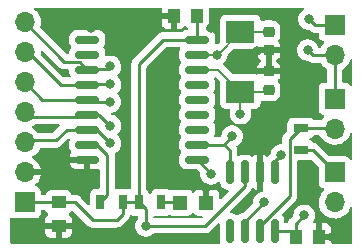
<source format=gbr>
%TF.GenerationSoftware,KiCad,Pcbnew,(6.0.7)*%
%TF.CreationDate,2022-10-24T20:04:37-04:00*%
%TF.ProjectId,SPItoCAN,53504974-6f43-4414-9e2e-6b696361645f,rev?*%
%TF.SameCoordinates,Original*%
%TF.FileFunction,Copper,L1,Top*%
%TF.FilePolarity,Positive*%
%FSLAX46Y46*%
G04 Gerber Fmt 4.6, Leading zero omitted, Abs format (unit mm)*
G04 Created by KiCad (PCBNEW (6.0.7)) date 2022-10-24 20:04:37*
%MOMM*%
%LPD*%
G01*
G04 APERTURE LIST*
G04 Aperture macros list*
%AMRoundRect*
0 Rectangle with rounded corners*
0 $1 Rounding radius*
0 $2 $3 $4 $5 $6 $7 $8 $9 X,Y pos of 4 corners*
0 Add a 4 corners polygon primitive as box body*
4,1,4,$2,$3,$4,$5,$6,$7,$8,$9,$2,$3,0*
0 Add four circle primitives for the rounded corners*
1,1,$1+$1,$2,$3*
1,1,$1+$1,$4,$5*
1,1,$1+$1,$6,$7*
1,1,$1+$1,$8,$9*
0 Add four rect primitives between the rounded corners*
20,1,$1+$1,$2,$3,$4,$5,0*
20,1,$1+$1,$4,$5,$6,$7,0*
20,1,$1+$1,$6,$7,$8,$9,0*
20,1,$1+$1,$8,$9,$2,$3,0*%
G04 Aperture macros list end*
%TA.AperFunction,SMDPad,CuDef*%
%ADD10R,2.400000X1.900000*%
%TD*%
%TA.AperFunction,SMDPad,CuDef*%
%ADD11RoundRect,0.150000X0.875000X0.150000X-0.875000X0.150000X-0.875000X-0.150000X0.875000X-0.150000X0*%
%TD*%
%TA.AperFunction,SMDPad,CuDef*%
%ADD12RoundRect,0.150000X-0.150000X0.825000X-0.150000X-0.825000X0.150000X-0.825000X0.150000X0.825000X0*%
%TD*%
%TA.AperFunction,SMDPad,CuDef*%
%ADD13R,0.700000X1.300000*%
%TD*%
%TA.AperFunction,SMDPad,CuDef*%
%ADD14R,1.300000X0.700000*%
%TD*%
%TA.AperFunction,ComponentPad*%
%ADD15R,1.700000X1.700000*%
%TD*%
%TA.AperFunction,ComponentPad*%
%ADD16O,1.700000X1.700000*%
%TD*%
%TA.AperFunction,SMDPad,CuDef*%
%ADD17R,1.200000X1.200000*%
%TD*%
%TA.AperFunction,SMDPad,CuDef*%
%ADD18R,1.000000X1.250000*%
%TD*%
%TA.AperFunction,SMDPad,CuDef*%
%ADD19R,1.250000X1.000000*%
%TD*%
%TA.AperFunction,SMDPad,CuDef*%
%ADD20RoundRect,0.218750X0.256250X-0.218750X0.256250X0.218750X-0.256250X0.218750X-0.256250X-0.218750X0*%
%TD*%
%TA.AperFunction,SMDPad,CuDef*%
%ADD21RoundRect,0.218750X-0.256250X0.218750X-0.256250X-0.218750X0.256250X-0.218750X0.256250X0.218750X0*%
%TD*%
%TA.AperFunction,ViaPad*%
%ADD22C,0.800000*%
%TD*%
%TA.AperFunction,Conductor*%
%ADD23C,0.250000*%
%TD*%
%TA.AperFunction,Conductor*%
%ADD24C,0.200000*%
%TD*%
G04 APERTURE END LIST*
D10*
%TO.P,Y1,1,1*%
%TO.N,/OSC+*%
X33000000Y-15575000D03*
%TO.P,Y1,2,2*%
%TO.N,/OSC-*%
X33000000Y-20625000D03*
%TD*%
D11*
%TO.P,U2,18,VDD*%
%TO.N,GND*%
X20050000Y-26380000D03*
%TO.P,U2,17,~{RESET}*%
%TO.N,Net-(R1-Pad1)*%
X20050000Y-25110000D03*
%TO.P,U2,16,~{CS}*%
%TO.N,/CS*%
X20050000Y-23840000D03*
%TO.P,U2,15,SO*%
%TO.N,/SO*%
X20050000Y-22570000D03*
%TO.P,U2,14,SI*%
%TO.N,/SI*%
X20050000Y-21300000D03*
%TO.P,U2,13,SCK*%
%TO.N,/SCK*%
X20050000Y-20030000D03*
%TO.P,U2,12,~{INT}*%
%TO.N,/INT*%
X20050000Y-18760000D03*
%TO.P,U2,11,~{RX0BF}*%
%TO.N,unconnected-(U2-Pad11)*%
X20050000Y-17490000D03*
%TO.P,U2,10,~{RX1BF}*%
%TO.N,unconnected-(U2-Pad10)*%
X20050000Y-16220000D03*
%TO.P,U2,9,VSS*%
%TO.N,VCC*%
X29350000Y-16220000D03*
%TO.P,U2,8,OSC1*%
%TO.N,/OSC+*%
X29350000Y-17490000D03*
%TO.P,U2,7,OSC2*%
%TO.N,/OSC-*%
X29350000Y-18760000D03*
%TO.P,U2,6,~{TX2RTS}*%
%TO.N,unconnected-(U2-Pad6)*%
X29350000Y-20030000D03*
%TO.P,U2,5,~{TX1RTS}*%
%TO.N,unconnected-(U2-Pad5)*%
X29350000Y-21300000D03*
%TO.P,U2,4,~{TX0RTS}*%
%TO.N,unconnected-(U2-Pad4)*%
X29350000Y-22570000D03*
%TO.P,U2,3,CLKOUT/SOF*%
%TO.N,unconnected-(U2-Pad3)*%
X29350000Y-23840000D03*
%TO.P,U2,2,RXCAN*%
%TO.N,/RXCAN*%
X29350000Y-25110000D03*
%TO.P,U2,1,TXCAN*%
%TO.N,/TXCAN*%
X29350000Y-26380000D03*
%TD*%
D12*
%TO.P,U1,1,TXD*%
%TO.N,/TXCAN*%
X35905000Y-27450000D03*
%TO.P,U1,2,GND*%
%TO.N,GND*%
X34635000Y-27450000D03*
%TO.P,U1,3,VCC*%
%TO.N,VCC*%
X33365000Y-27450000D03*
%TO.P,U1,4,RXD*%
%TO.N,/RXCAN*%
X32095000Y-27450000D03*
%TO.P,U1,5,EN*%
%TO.N,unconnected-(U1-Pad5)*%
X32095000Y-32400000D03*
%TO.P,U1,6,CANL*%
%TO.N,/CANL*%
X33365000Y-32400000D03*
%TO.P,U1,7,CANH*%
%TO.N,/CANH*%
X34635000Y-32400000D03*
%TO.P,U1,8,S*%
%TO.N,VCC*%
X35905000Y-32400000D03*
%TD*%
D13*
%TO.P,R3,2*%
%TO.N,Net-(D1-Pad2)*%
X26310000Y-30000000D03*
%TO.P,R3,1*%
%TO.N,VCC*%
X24410000Y-30000000D03*
%TD*%
D14*
%TO.P,R2,1*%
%TO.N,Net-(J1-Pad1)*%
X38150000Y-25600000D03*
%TO.P,R2,2*%
%TO.N,/CANH*%
X38150000Y-23700000D03*
%TD*%
D13*
%TO.P,R1,2*%
%TO.N,VCC*%
X23040000Y-29990000D03*
%TO.P,R1,1*%
%TO.N,Net-(R1-Pad1)*%
X21140000Y-29990000D03*
%TD*%
D15*
%TO.P,J4,1,1*%
%TO.N,VCC*%
X14750000Y-30000000D03*
D16*
%TO.P,J4,2,2*%
%TO.N,GND*%
X14750000Y-27460000D03*
%TO.P,J4,3,3*%
%TO.N,/CS*%
X14750000Y-24920000D03*
%TO.P,J4,4,4*%
%TO.N,/SO*%
X14750000Y-22380000D03*
%TO.P,J4,5,5*%
%TO.N,/SI*%
X14750000Y-19840000D03*
%TO.P,J4,6,6*%
%TO.N,/SCK*%
X14750000Y-17300000D03*
%TO.P,J4,7,7*%
%TO.N,/INT*%
X14750000Y-14760000D03*
%TD*%
D15*
%TO.P,J3,1,Pin_1*%
%TO.N,/CANL*%
X41000000Y-21225000D03*
D16*
%TO.P,J3,2,Pin_2*%
%TO.N,/CANH*%
X41000000Y-23765000D03*
%TD*%
D15*
%TO.P,J2,1,Pin_1*%
%TO.N,/CANH*%
X41000000Y-15000000D03*
D16*
%TO.P,J2,2,Pin_2*%
%TO.N,/CANL*%
X41000000Y-17540000D03*
%TD*%
D15*
%TO.P,J1,1,Pin_1*%
%TO.N,Net-(J1-Pad1)*%
X41000000Y-27475000D03*
D16*
%TO.P,J1,2,Pin_2*%
%TO.N,/CANL*%
X41000000Y-30015000D03*
%TD*%
D17*
%TO.P,D1,2,A*%
%TO.N,Net-(D1-Pad2)*%
X27910000Y-30030000D03*
%TO.P,D1,1,K*%
%TO.N,GND*%
X30110000Y-30030000D03*
%TD*%
D18*
%TO.P,C5,1*%
%TO.N,VCC*%
X37675000Y-32900000D03*
%TO.P,C5,2*%
%TO.N,GND*%
X39675000Y-32900000D03*
%TD*%
%TO.P,C4,2*%
%TO.N,GND*%
X27350000Y-14200000D03*
%TO.P,C4,1*%
%TO.N,VCC*%
X29350000Y-14200000D03*
%TD*%
D19*
%TO.P,C3,1*%
%TO.N,VCC*%
X17610000Y-30000000D03*
%TO.P,C3,2*%
%TO.N,GND*%
X17610000Y-32000000D03*
%TD*%
D20*
%TO.P,C2,1*%
%TO.N,GND*%
X35400000Y-17125000D03*
%TO.P,C2,2*%
%TO.N,/OSC+*%
X35400000Y-15550000D03*
%TD*%
D21*
%TO.P,C1,2*%
%TO.N,/OSC-*%
X35400000Y-20500000D03*
%TO.P,C1,1*%
%TO.N,GND*%
X35400000Y-18925000D03*
%TD*%
D22*
%TO.N,GND*%
X33020000Y-30480000D03*
X13970000Y-33020000D03*
X17780000Y-27940000D03*
X26670000Y-26670000D03*
X26670000Y-24130000D03*
X36830000Y-21590000D03*
X26670000Y-21590000D03*
X26670000Y-19050000D03*
X40800000Y-32900000D03*
X34600000Y-25600000D03*
X30100000Y-28800000D03*
X19000000Y-32000000D03*
X18300000Y-26400000D03*
X34400000Y-17200000D03*
X36600000Y-18900000D03*
%TO.N,VCC*%
X38400000Y-31100000D03*
%TO.N,/TXCAN*%
X30500000Y-27600000D03*
%TO.N,/CANH*%
X38800000Y-14500000D03*
%TO.N,/CANL*%
X38700000Y-17100000D03*
%TO.N,/RXCAN*%
X32300000Y-24400000D03*
%TO.N,GND*%
X30480000Y-15240000D03*
X25400000Y-15240000D03*
X22860000Y-15240000D03*
X20320000Y-15240000D03*
X17780000Y-15240000D03*
%TO.N,/TXCAN*%
X36450500Y-26000000D03*
%TO.N,/OSC-*%
X33000000Y-22500000D03*
%TO.N,/OSC+*%
X30990000Y-17490000D03*
%TO.N,/CS*%
X22000000Y-25000000D03*
%TO.N,/SO*%
X22000000Y-23500000D03*
%TO.N,/SI*%
X22000000Y-21500000D03*
%TO.N,/SCK*%
X22000000Y-20000000D03*
%TO.N,/INT*%
X22000000Y-18500000D03*
%TO.N,VCC*%
X25000000Y-32000000D03*
%TO.N,/CANL*%
X35000000Y-30000000D03*
%TD*%
D23*
%TO.N,VCC*%
X31700000Y-30290000D02*
X33365000Y-28625000D01*
X31700000Y-30300000D02*
X31700000Y-30290000D01*
X30000000Y-32000000D02*
X31700000Y-30300000D01*
X33365000Y-28625000D02*
X33365000Y-27450000D01*
X25000000Y-32000000D02*
X30000000Y-32000000D01*
X37675000Y-32900000D02*
X37675000Y-31825000D01*
X37675000Y-31825000D02*
X38400000Y-31100000D01*
%TO.N,/TXCAN*%
X30500000Y-27530000D02*
X29350000Y-26380000D01*
X30500000Y-27600000D02*
X30500000Y-27530000D01*
%TO.N,/CANL*%
X35000000Y-30000000D02*
X33365000Y-31635000D01*
X33365000Y-31635000D02*
X33365000Y-32400000D01*
%TO.N,VCC*%
X24410000Y-18290000D02*
X26480000Y-16220000D01*
X24410000Y-30000000D02*
X24410000Y-18290000D01*
X26480000Y-16220000D02*
X29350000Y-16220000D01*
X29550000Y-14000000D02*
X29350000Y-14200000D01*
%TO.N,/CANH*%
X39300000Y-15000000D02*
X41000000Y-15000000D01*
X38800000Y-14500000D02*
X39300000Y-15000000D01*
%TO.N,/CANL*%
X39140000Y-17540000D02*
X38700000Y-17100000D01*
X41000000Y-17540000D02*
X39140000Y-17540000D01*
%TO.N,/RXCAN*%
X32300000Y-24400000D02*
X32300000Y-24420000D01*
X32300000Y-24420000D02*
X31610000Y-25110000D01*
X29460000Y-25000000D02*
X29350000Y-25110000D01*
%TO.N,/SCK*%
X17780000Y-20030000D02*
X20050000Y-20030000D01*
X14750000Y-17300000D02*
X15050000Y-17300000D01*
X15050000Y-17300000D02*
X17780000Y-20030000D01*
%TO.N,Net-(R1-Pad1)*%
X21750000Y-26000000D02*
X20860000Y-25110000D01*
X20860000Y-25110000D02*
X20050000Y-25110000D01*
X21750000Y-29380000D02*
X21750000Y-26000000D01*
X21140000Y-29990000D02*
X21750000Y-29380000D01*
%TO.N,/CS*%
X14920000Y-24750000D02*
X14750000Y-24920000D01*
X17375000Y-24750000D02*
X14920000Y-24750000D01*
X18285000Y-23840000D02*
X17375000Y-24750000D01*
X20050000Y-23840000D02*
X18285000Y-23840000D01*
%TO.N,/INT*%
X18105000Y-18115000D02*
X14750000Y-14760000D01*
X19405000Y-18115000D02*
X18105000Y-18115000D01*
X20050000Y-18760000D02*
X19405000Y-18115000D01*
X21750000Y-18750000D02*
X20060000Y-18750000D01*
X20060000Y-18750000D02*
X20050000Y-18760000D01*
X22000000Y-18500000D02*
X21750000Y-18750000D01*
%TO.N,VCC*%
X23040000Y-31000000D02*
X23040000Y-29990000D01*
X22540000Y-31500000D02*
X23040000Y-31000000D01*
X19000000Y-30000000D02*
X20500000Y-31500000D01*
X17610000Y-30000000D02*
X19000000Y-30000000D01*
X20500000Y-31500000D02*
X22540000Y-31500000D01*
%TO.N,/TXCAN*%
X35750000Y-27295000D02*
X35905000Y-27450000D01*
X35750000Y-26700500D02*
X35750000Y-27295000D01*
X36450500Y-26000000D02*
X35750000Y-26700500D01*
%TO.N,/RXCAN*%
X32095000Y-25595000D02*
X32095000Y-27450000D01*
X31610000Y-25110000D02*
X32095000Y-25595000D01*
X29350000Y-25110000D02*
X31610000Y-25110000D01*
%TO.N,/SO*%
X15120000Y-22750000D02*
X14750000Y-22380000D01*
X19870000Y-22750000D02*
X15120000Y-22750000D01*
X20050000Y-22570000D02*
X19870000Y-22750000D01*
%TO.N,VCC*%
X35905000Y-32400000D02*
X35905000Y-32095000D01*
%TO.N,/CANH*%
X34635000Y-32400000D02*
X34635000Y-32776751D01*
D24*
%TO.N,/OSC-*%
X33000000Y-22500000D02*
X33000000Y-20625000D01*
%TO.N,/OSC+*%
X30990000Y-17490000D02*
X29350000Y-17490000D01*
X31085000Y-17490000D02*
X30990000Y-17490000D01*
D23*
%TO.N,/CS*%
X20840000Y-23840000D02*
X20050000Y-23840000D01*
X22000000Y-25000000D02*
X20840000Y-23840000D01*
%TO.N,/SO*%
X21070000Y-22570000D02*
X20050000Y-22570000D01*
X22000000Y-23500000D02*
X21070000Y-22570000D01*
%TO.N,/SI*%
X22000000Y-21500000D02*
X20250000Y-21500000D01*
X20250000Y-21500000D02*
X20050000Y-21300000D01*
%TO.N,/SCK*%
X20080000Y-20000000D02*
X20050000Y-20030000D01*
X22000000Y-20000000D02*
X20080000Y-20000000D01*
%TO.N,VCC*%
X25000000Y-30590000D02*
X24410000Y-30000000D01*
X25000000Y-32000000D02*
X25000000Y-30590000D01*
%TO.N,/CANH*%
X37175000Y-29483249D02*
X37175000Y-24675000D01*
X34635000Y-32400000D02*
X34635000Y-32023249D01*
X34635000Y-32023249D02*
X37175000Y-29483249D01*
X37175000Y-24675000D02*
X38150000Y-23700000D01*
D24*
%TO.N,/OSC-*%
X35275000Y-20625000D02*
X35400000Y-20500000D01*
X33000000Y-20625000D02*
X35275000Y-20625000D01*
%TO.N,/OSC+*%
X35375000Y-15575000D02*
X35400000Y-15550000D01*
X33000000Y-15575000D02*
X35375000Y-15575000D01*
%TO.N,/OSC-*%
X31135000Y-18760000D02*
X33000000Y-20625000D01*
X29350000Y-18760000D02*
X31135000Y-18760000D01*
%TO.N,/OSC+*%
X33000000Y-15575000D02*
X31085000Y-17490000D01*
D23*
%TO.N,/CANL*%
X41000000Y-17540000D02*
X41000000Y-21225000D01*
%TO.N,/OSC+*%
X35375000Y-15525000D02*
X35400000Y-15550000D01*
%TO.N,/OSC-*%
X35325000Y-20575000D02*
X35400000Y-20500000D01*
%TO.N,Net-(J1-Pad1)*%
X39125000Y-25600000D02*
X41000000Y-27475000D01*
X38150000Y-25600000D02*
X39125000Y-25600000D01*
%TO.N,/CANH*%
X40935000Y-23700000D02*
X41000000Y-23765000D01*
X38150000Y-23700000D02*
X40935000Y-23700000D01*
%TO.N,VCC*%
X29350000Y-16220000D02*
X29350000Y-14200000D01*
X37175000Y-32400000D02*
X37675000Y-32900000D01*
X35905000Y-32400000D02*
X37175000Y-32400000D01*
%TO.N,Net-(D1-Pad2)*%
X27880000Y-30000000D02*
X27910000Y-30030000D01*
X26310000Y-30000000D02*
X27880000Y-30000000D01*
%TO.N,VCC*%
X23040000Y-29990000D02*
X24400000Y-29990000D01*
X24400000Y-29990000D02*
X24410000Y-30000000D01*
X14750000Y-30000000D02*
X17610000Y-30000000D01*
%TO.N,/SI*%
X20050000Y-21300000D02*
X16210000Y-21300000D01*
X16210000Y-21300000D02*
X14750000Y-19840000D01*
%TD*%
%TA.AperFunction,Conductor*%
%TO.N,GND*%
G36*
X39079416Y-26450320D02*
G01*
X39612504Y-26983408D01*
X39640281Y-27037925D01*
X39641500Y-27053412D01*
X39641500Y-28373134D01*
X39648255Y-28435316D01*
X39699385Y-28571705D01*
X39786739Y-28688261D01*
X39903295Y-28775615D01*
X39909893Y-28778089D01*
X39909894Y-28778089D01*
X39932968Y-28786739D01*
X40039684Y-28826745D01*
X40045858Y-28827416D01*
X40049316Y-28828238D01*
X40101555Y-28860093D01*
X40125093Y-28916570D01*
X40110939Y-28976096D01*
X40094767Y-28995446D01*
X40094965Y-28995635D01*
X39940629Y-29157138D01*
X39938337Y-29160498D01*
X39828759Y-29321134D01*
X39814743Y-29341680D01*
X39813035Y-29345360D01*
X39813032Y-29345365D01*
X39788228Y-29398801D01*
X39720688Y-29544305D01*
X39719602Y-29548221D01*
X39670494Y-29725298D01*
X39660989Y-29759570D01*
X39660556Y-29763618D01*
X39660556Y-29763620D01*
X39657485Y-29792361D01*
X39637251Y-29981695D01*
X39650110Y-30204715D01*
X39658229Y-30240742D01*
X39697122Y-30413319D01*
X39699222Y-30422639D01*
X39700751Y-30426403D01*
X39700752Y-30426408D01*
X39737461Y-30516811D01*
X39783266Y-30629616D01*
X39785390Y-30633082D01*
X39785392Y-30633086D01*
X39886088Y-30797407D01*
X39899987Y-30820088D01*
X39902648Y-30823160D01*
X39902651Y-30823164D01*
X40043584Y-30985861D01*
X40043588Y-30985865D01*
X40046250Y-30988938D01*
X40049377Y-30991534D01*
X40049378Y-30991535D01*
X40215003Y-31129040D01*
X40215009Y-31129044D01*
X40218126Y-31131632D01*
X40411000Y-31244338D01*
X40414792Y-31245786D01*
X40607353Y-31319318D01*
X40619692Y-31324030D01*
X40623672Y-31324840D01*
X40623673Y-31324840D01*
X40648858Y-31329964D01*
X40838597Y-31368567D01*
X40842654Y-31368716D01*
X40842656Y-31368716D01*
X40906445Y-31371055D01*
X41061837Y-31376753D01*
X41065856Y-31376238D01*
X41065860Y-31376238D01*
X41279384Y-31348885D01*
X41279390Y-31348884D01*
X41283416Y-31348368D01*
X41287309Y-31347200D01*
X41287314Y-31347199D01*
X41450990Y-31298093D01*
X41497384Y-31284174D01*
X41697994Y-31185896D01*
X41879860Y-31056173D01*
X42038096Y-30898489D01*
X42168453Y-30717077D01*
X42267430Y-30516811D01*
X42268608Y-30512935D01*
X42268610Y-30512929D01*
X42297775Y-30416934D01*
X42332782Y-30366753D01*
X42390599Y-30346732D01*
X42449142Y-30364519D01*
X42486050Y-30413319D01*
X42491500Y-30445714D01*
X42491500Y-33392500D01*
X42472593Y-33450691D01*
X42423093Y-33486655D01*
X42392500Y-33491500D01*
X40782000Y-33491500D01*
X40723809Y-33472593D01*
X40687845Y-33423093D01*
X40683000Y-33392500D01*
X40683000Y-33169680D01*
X40678878Y-33156995D01*
X40674757Y-33154000D01*
X39520000Y-33154000D01*
X39461809Y-33135093D01*
X39425845Y-33085593D01*
X39421000Y-33055000D01*
X39421000Y-32630320D01*
X39929000Y-32630320D01*
X39933122Y-32643005D01*
X39937243Y-32646000D01*
X40667319Y-32646000D01*
X40680004Y-32641878D01*
X40682999Y-32637757D01*
X40682999Y-32229589D01*
X40682710Y-32224249D01*
X40676922Y-32170965D01*
X40674073Y-32158980D01*
X40627649Y-32035145D01*
X40620941Y-32022892D01*
X40542137Y-31917744D01*
X40532256Y-31907863D01*
X40427108Y-31829059D01*
X40414855Y-31822351D01*
X40291022Y-31775928D01*
X40279033Y-31773077D01*
X40225748Y-31767289D01*
X40220414Y-31767000D01*
X39944680Y-31767000D01*
X39931995Y-31771122D01*
X39929000Y-31775243D01*
X39929000Y-32630320D01*
X39421000Y-32630320D01*
X39421000Y-31782681D01*
X39416878Y-31769996D01*
X39412757Y-31767001D01*
X39235424Y-31767001D01*
X39177233Y-31748094D01*
X39141269Y-31698594D01*
X39141269Y-31637408D01*
X39149688Y-31618501D01*
X39231933Y-31476050D01*
X39231935Y-31476045D01*
X39234527Y-31471556D01*
X39262950Y-31384079D01*
X39291940Y-31294860D01*
X39291941Y-31294855D01*
X39293542Y-31289928D01*
X39311830Y-31115926D01*
X39312962Y-31105157D01*
X39313504Y-31100000D01*
X39293542Y-30910072D01*
X39291941Y-30905145D01*
X39291940Y-30905140D01*
X39241634Y-30750316D01*
X39234527Y-30728444D01*
X39231935Y-30723955D01*
X39231933Y-30723950D01*
X39141635Y-30567551D01*
X39139040Y-30563056D01*
X39097401Y-30516811D01*
X39014723Y-30424987D01*
X39014719Y-30424983D01*
X39011253Y-30421134D01*
X38856752Y-30308882D01*
X38754277Y-30263258D01*
X38687026Y-30233315D01*
X38687022Y-30233314D01*
X38682288Y-30231206D01*
X38677218Y-30230128D01*
X38677217Y-30230128D01*
X38613530Y-30216591D01*
X38495487Y-30191500D01*
X38304513Y-30191500D01*
X38186470Y-30216591D01*
X38122783Y-30230128D01*
X38122782Y-30230128D01*
X38117712Y-30231206D01*
X38112978Y-30233314D01*
X38112974Y-30233315D01*
X38045723Y-30263258D01*
X37943248Y-30308882D01*
X37788747Y-30421134D01*
X37785281Y-30424983D01*
X37785277Y-30424987D01*
X37702599Y-30516811D01*
X37660960Y-30563056D01*
X37658365Y-30567551D01*
X37568067Y-30723950D01*
X37568065Y-30723955D01*
X37565473Y-30728444D01*
X37558366Y-30750316D01*
X37508060Y-30905140D01*
X37508059Y-30905145D01*
X37506458Y-30910072D01*
X37505782Y-30916502D01*
X37488093Y-31084801D01*
X37459639Y-31144457D01*
X37283429Y-31320666D01*
X37276540Y-31326933D01*
X37273238Y-31329664D01*
X37267982Y-31333000D01*
X37263723Y-31337536D01*
X37263720Y-31337538D01*
X37221095Y-31382930D01*
X37218931Y-31385164D01*
X37198865Y-31405230D01*
X37196960Y-31407686D01*
X37195602Y-31409436D01*
X37189549Y-31416523D01*
X37186500Y-31419770D01*
X37158414Y-31449679D01*
X37155415Y-31455134D01*
X37147632Y-31469290D01*
X37139104Y-31482273D01*
X37129204Y-31495036D01*
X37129202Y-31495039D01*
X37125386Y-31499959D01*
X37122911Y-31505679D01*
X37122909Y-31505682D01*
X37107319Y-31541706D01*
X37103217Y-31550080D01*
X37084305Y-31584482D01*
X37084304Y-31584485D01*
X37081305Y-31589940D01*
X37079758Y-31595966D01*
X37079755Y-31595973D01*
X37075737Y-31611622D01*
X37070707Y-31626315D01*
X37061819Y-31646855D01*
X37060845Y-31653006D01*
X37056096Y-31682987D01*
X37028318Y-31737504D01*
X36973802Y-31765281D01*
X36958315Y-31766500D01*
X36812500Y-31766500D01*
X36754309Y-31747593D01*
X36718345Y-31698093D01*
X36713500Y-31667500D01*
X36713500Y-31508498D01*
X36710562Y-31471169D01*
X36664145Y-31311399D01*
X36589923Y-31185896D01*
X36582626Y-31173558D01*
X36582625Y-31173557D01*
X36579453Y-31168193D01*
X36552711Y-31141451D01*
X36524934Y-31086934D01*
X36534505Y-31026502D01*
X36552711Y-31001443D01*
X37566556Y-29987597D01*
X37573454Y-29981321D01*
X37576760Y-29978586D01*
X37582018Y-29975249D01*
X37628921Y-29925302D01*
X37631084Y-29923069D01*
X37651134Y-29903019D01*
X37653029Y-29900576D01*
X37653035Y-29900569D01*
X37654387Y-29898825D01*
X37660450Y-29891726D01*
X37687325Y-29863108D01*
X37687327Y-29863106D01*
X37691586Y-29858570D01*
X37702370Y-29838954D01*
X37710901Y-29825967D01*
X37724613Y-29808290D01*
X37742675Y-29766553D01*
X37746777Y-29758180D01*
X37765695Y-29723767D01*
X37765696Y-29723764D01*
X37768695Y-29718309D01*
X37771575Y-29707092D01*
X37774262Y-29696627D01*
X37779295Y-29681929D01*
X37785705Y-29667116D01*
X37785705Y-29667115D01*
X37788181Y-29661394D01*
X37795295Y-29616477D01*
X37797186Y-29607345D01*
X37805310Y-29575702D01*
X37808500Y-29563279D01*
X37808500Y-29540891D01*
X37809719Y-29525404D01*
X37812245Y-29509457D01*
X37812245Y-29509455D01*
X37813219Y-29503306D01*
X37809514Y-29464104D01*
X37808939Y-29458025D01*
X37808500Y-29448709D01*
X37808500Y-26557500D01*
X37827407Y-26499309D01*
X37876907Y-26463345D01*
X37907500Y-26458500D01*
X38848134Y-26458500D01*
X38910316Y-26451745D01*
X38974662Y-26427623D01*
X39035786Y-26424902D01*
X39079416Y-26450320D01*
G37*
%TD.AperFunction*%
%TA.AperFunction,Conductor*%
G36*
X16481523Y-30652407D02*
G01*
X16516032Y-30697749D01*
X16534385Y-30746705D01*
X16621739Y-30863261D01*
X16627383Y-30867491D01*
X16627387Y-30867495D01*
X16698902Y-30921093D01*
X16734127Y-30971121D01*
X16733219Y-31032300D01*
X16698901Y-31079534D01*
X16627744Y-31132863D01*
X16617863Y-31142744D01*
X16539059Y-31247892D01*
X16532351Y-31260145D01*
X16485928Y-31383978D01*
X16483077Y-31395967D01*
X16477289Y-31449252D01*
X16477000Y-31454586D01*
X16477000Y-31730320D01*
X16481122Y-31743005D01*
X16485243Y-31746000D01*
X18727319Y-31746000D01*
X18740004Y-31741878D01*
X18742999Y-31737757D01*
X18742999Y-31454589D01*
X18742710Y-31449249D01*
X18736922Y-31395965D01*
X18734073Y-31383980D01*
X18687649Y-31260145D01*
X18680941Y-31247892D01*
X18602137Y-31142744D01*
X18592256Y-31132863D01*
X18521099Y-31079534D01*
X18485873Y-31029506D01*
X18486781Y-30968327D01*
X18521098Y-30921093D01*
X18592613Y-30867495D01*
X18592617Y-30867491D01*
X18598261Y-30863261D01*
X18685615Y-30746705D01*
X18687379Y-30748027D01*
X18724423Y-30713125D01*
X18785113Y-30705357D01*
X18836726Y-30732630D01*
X19995652Y-31891556D01*
X20001928Y-31898454D01*
X20004663Y-31901760D01*
X20008000Y-31907018D01*
X20012540Y-31911281D01*
X20057946Y-31953920D01*
X20060180Y-31956084D01*
X20080230Y-31976134D01*
X20082673Y-31978029D01*
X20082680Y-31978035D01*
X20084424Y-31979387D01*
X20091523Y-31985450D01*
X20120141Y-32012325D01*
X20120143Y-32012327D01*
X20124679Y-32016586D01*
X20130136Y-32019586D01*
X20144295Y-32027370D01*
X20157280Y-32035900D01*
X20174959Y-32049613D01*
X20180676Y-32052087D01*
X20216696Y-32067675D01*
X20225069Y-32071777D01*
X20259482Y-32090695D01*
X20259485Y-32090696D01*
X20264940Y-32093695D01*
X20270969Y-32095243D01*
X20286622Y-32099262D01*
X20301320Y-32104295D01*
X20316133Y-32110705D01*
X20321855Y-32113181D01*
X20328009Y-32114156D01*
X20328010Y-32114156D01*
X20366771Y-32120295D01*
X20375904Y-32122186D01*
X20419970Y-32133500D01*
X20442358Y-32133500D01*
X20457845Y-32134719D01*
X20473792Y-32137245D01*
X20473794Y-32137245D01*
X20479943Y-32138219D01*
X20525223Y-32133939D01*
X20534540Y-32133500D01*
X22460238Y-32133500D01*
X22469552Y-32133939D01*
X22473831Y-32134343D01*
X22479909Y-32135702D01*
X22548399Y-32133549D01*
X22551510Y-32133500D01*
X22579856Y-32133500D01*
X22582942Y-32133110D01*
X22582945Y-32133110D01*
X22585131Y-32132834D01*
X22594426Y-32132102D01*
X22610447Y-32131599D01*
X22633663Y-32130869D01*
X22633665Y-32130869D01*
X22639889Y-32130673D01*
X22661387Y-32124427D01*
X22676579Y-32121281D01*
X22698797Y-32118474D01*
X22712166Y-32113181D01*
X22741097Y-32101726D01*
X22749917Y-32098707D01*
X22793593Y-32086018D01*
X22798950Y-32082850D01*
X22798954Y-32082848D01*
X22812857Y-32074625D01*
X22826801Y-32067793D01*
X22847617Y-32059552D01*
X22884430Y-32032806D01*
X22892194Y-32027706D01*
X22931362Y-32004542D01*
X22947189Y-31988715D01*
X22959002Y-31978626D01*
X22959816Y-31978035D01*
X22977107Y-31965472D01*
X22981073Y-31960677D01*
X22981076Y-31960675D01*
X23006102Y-31930423D01*
X23012380Y-31923524D01*
X23431561Y-31504344D01*
X23438460Y-31498067D01*
X23441762Y-31495336D01*
X23447018Y-31492000D01*
X23451277Y-31487464D01*
X23451280Y-31487462D01*
X23493905Y-31442070D01*
X23496069Y-31439836D01*
X23516135Y-31419770D01*
X23518654Y-31416523D01*
X23519398Y-31415564D01*
X23525451Y-31408477D01*
X23547343Y-31385164D01*
X23556586Y-31375321D01*
X23567368Y-31355710D01*
X23575896Y-31342727D01*
X23585796Y-31329964D01*
X23585798Y-31329961D01*
X23589614Y-31325041D01*
X23592929Y-31317381D01*
X23607681Y-31283294D01*
X23611783Y-31274920D01*
X23630695Y-31240518D01*
X23630696Y-31240515D01*
X23633695Y-31235060D01*
X23635242Y-31229034D01*
X23635245Y-31229027D01*
X23639263Y-31213378D01*
X23644293Y-31198685D01*
X23650708Y-31183860D01*
X23650708Y-31183859D01*
X23653181Y-31178145D01*
X23655449Y-31163826D01*
X23683228Y-31109310D01*
X23737746Y-31081534D01*
X23798178Y-31091108D01*
X23801400Y-31093116D01*
X23801465Y-31092998D01*
X23807650Y-31096384D01*
X23813295Y-31100615D01*
X23949684Y-31151745D01*
X23955856Y-31152415D01*
X23955858Y-31152416D01*
X23991837Y-31156324D01*
X24011866Y-31158500D01*
X24267500Y-31158500D01*
X24325691Y-31177407D01*
X24361655Y-31226907D01*
X24366500Y-31257500D01*
X24366500Y-31307840D01*
X24347593Y-31366031D01*
X24341073Y-31374082D01*
X24260960Y-31463056D01*
X24249865Y-31482273D01*
X24168067Y-31623950D01*
X24168065Y-31623955D01*
X24165473Y-31628444D01*
X24161348Y-31641140D01*
X24108060Y-31805140D01*
X24108059Y-31805145D01*
X24106458Y-31810072D01*
X24086496Y-32000000D01*
X24106458Y-32189928D01*
X24108059Y-32194855D01*
X24108060Y-32194860D01*
X24128616Y-32258122D01*
X24165473Y-32371556D01*
X24168065Y-32376045D01*
X24168067Y-32376050D01*
X24221808Y-32469131D01*
X24260960Y-32536944D01*
X24264432Y-32540800D01*
X24385277Y-32675013D01*
X24385281Y-32675017D01*
X24388747Y-32678866D01*
X24543248Y-32791118D01*
X24645723Y-32836742D01*
X24712974Y-32866685D01*
X24712978Y-32866686D01*
X24717712Y-32868794D01*
X24722782Y-32869872D01*
X24722783Y-32869872D01*
X24757917Y-32877340D01*
X24904513Y-32908500D01*
X25095487Y-32908500D01*
X25242083Y-32877340D01*
X25277217Y-32869872D01*
X25277218Y-32869872D01*
X25282288Y-32868794D01*
X25287022Y-32866686D01*
X25287026Y-32866685D01*
X25354277Y-32836742D01*
X25456752Y-32791118D01*
X25611253Y-32678866D01*
X25622608Y-32666255D01*
X25675594Y-32635663D01*
X25696178Y-32633500D01*
X29920238Y-32633500D01*
X29929552Y-32633939D01*
X29933831Y-32634343D01*
X29939909Y-32635702D01*
X30008399Y-32633549D01*
X30011510Y-32633500D01*
X30039856Y-32633500D01*
X30042942Y-32633110D01*
X30042945Y-32633110D01*
X30045131Y-32632834D01*
X30054426Y-32632102D01*
X30070447Y-32631599D01*
X30093663Y-32630869D01*
X30093665Y-32630869D01*
X30099889Y-32630673D01*
X30121387Y-32624427D01*
X30136579Y-32621281D01*
X30158797Y-32618474D01*
X30201097Y-32601726D01*
X30209917Y-32598707D01*
X30253593Y-32586018D01*
X30258950Y-32582850D01*
X30258954Y-32582848D01*
X30272857Y-32574625D01*
X30286801Y-32567793D01*
X30307617Y-32559552D01*
X30344430Y-32532806D01*
X30352194Y-32527706D01*
X30391362Y-32504542D01*
X30407189Y-32488715D01*
X30419002Y-32478626D01*
X30432071Y-32469131D01*
X30432072Y-32469131D01*
X30437107Y-32465472D01*
X30441073Y-32460677D01*
X30441076Y-32460675D01*
X30466098Y-32430428D01*
X30472375Y-32423529D01*
X31117496Y-31778409D01*
X31172013Y-31750632D01*
X31232445Y-31760203D01*
X31275710Y-31803468D01*
X31286500Y-31848413D01*
X31286500Y-33291502D01*
X31289438Y-33328831D01*
X31290850Y-33333690D01*
X31299911Y-33364880D01*
X31297989Y-33426036D01*
X31260488Y-33474381D01*
X31204842Y-33491500D01*
X13607500Y-33491500D01*
X13549309Y-33472593D01*
X13513345Y-33423093D01*
X13508500Y-33392500D01*
X13508500Y-32545411D01*
X16477001Y-32545411D01*
X16477290Y-32550751D01*
X16483078Y-32604035D01*
X16485927Y-32616020D01*
X16532351Y-32739855D01*
X16539059Y-32752108D01*
X16617863Y-32857256D01*
X16627744Y-32867137D01*
X16732892Y-32945941D01*
X16745145Y-32952649D01*
X16868978Y-32999072D01*
X16880967Y-33001923D01*
X16934252Y-33007711D01*
X16939586Y-33008000D01*
X17340320Y-33008000D01*
X17353005Y-33003878D01*
X17356000Y-32999757D01*
X17356000Y-32992319D01*
X17864000Y-32992319D01*
X17868122Y-33005004D01*
X17872243Y-33007999D01*
X18280411Y-33007999D01*
X18285751Y-33007710D01*
X18339035Y-33001922D01*
X18351020Y-32999073D01*
X18474855Y-32952649D01*
X18487108Y-32945941D01*
X18592256Y-32867137D01*
X18602137Y-32857256D01*
X18680941Y-32752108D01*
X18687649Y-32739855D01*
X18734072Y-32616022D01*
X18736923Y-32604033D01*
X18742711Y-32550748D01*
X18743000Y-32545414D01*
X18743000Y-32269680D01*
X18738878Y-32256995D01*
X18734757Y-32254000D01*
X17879680Y-32254000D01*
X17866995Y-32258122D01*
X17864000Y-32262243D01*
X17864000Y-32992319D01*
X17356000Y-32992319D01*
X17356000Y-32269680D01*
X17351878Y-32256995D01*
X17347757Y-32254000D01*
X16492681Y-32254000D01*
X16479996Y-32258122D01*
X16477001Y-32262243D01*
X16477001Y-32545411D01*
X13508500Y-32545411D01*
X13508500Y-31387269D01*
X13527407Y-31329078D01*
X13576907Y-31293114D01*
X13638093Y-31293114D01*
X13650344Y-31298403D01*
X13653295Y-31300615D01*
X13789684Y-31351745D01*
X13795856Y-31352415D01*
X13795858Y-31352416D01*
X13826183Y-31355710D01*
X13851866Y-31358500D01*
X15648134Y-31358500D01*
X15673817Y-31355710D01*
X15704142Y-31352416D01*
X15704144Y-31352415D01*
X15710316Y-31351745D01*
X15817939Y-31311399D01*
X15840106Y-31303089D01*
X15840107Y-31303089D01*
X15846705Y-31300615D01*
X15963261Y-31213261D01*
X16050615Y-31096705D01*
X16055720Y-31083089D01*
X16089394Y-30993261D01*
X16101745Y-30960316D01*
X16108500Y-30898134D01*
X16108500Y-30732500D01*
X16127407Y-30674309D01*
X16176907Y-30638345D01*
X16207500Y-30633500D01*
X16423332Y-30633500D01*
X16481523Y-30652407D01*
G37*
%TD.AperFunction*%
%TA.AperFunction,Conductor*%
G36*
X38385746Y-13527407D02*
G01*
X38421710Y-13576907D01*
X38421710Y-13638093D01*
X38385746Y-13687593D01*
X38367822Y-13697941D01*
X38347982Y-13706774D01*
X38347980Y-13706775D01*
X38343248Y-13708882D01*
X38188747Y-13821134D01*
X38185281Y-13824983D01*
X38185277Y-13824987D01*
X38089200Y-13931692D01*
X38060960Y-13963056D01*
X38058365Y-13967551D01*
X37968067Y-14123950D01*
X37968065Y-14123955D01*
X37965473Y-14128444D01*
X37963871Y-14133375D01*
X37908060Y-14305140D01*
X37908059Y-14305145D01*
X37906458Y-14310072D01*
X37886496Y-14500000D01*
X37906458Y-14689928D01*
X37908059Y-14694855D01*
X37908060Y-14694860D01*
X37927152Y-14753618D01*
X37965473Y-14871556D01*
X37968065Y-14876045D01*
X37968067Y-14876050D01*
X37998720Y-14929142D01*
X38060960Y-15036944D01*
X38064432Y-15040800D01*
X38185277Y-15175013D01*
X38185281Y-15175017D01*
X38188747Y-15178866D01*
X38343248Y-15291118D01*
X38423668Y-15326923D01*
X38512974Y-15366685D01*
X38512978Y-15366686D01*
X38517712Y-15368794D01*
X38522782Y-15369872D01*
X38522783Y-15369872D01*
X38545102Y-15374616D01*
X38704513Y-15408500D01*
X38770382Y-15408500D01*
X38828573Y-15427407D01*
X38838153Y-15435333D01*
X38857931Y-15453906D01*
X38860164Y-15456069D01*
X38880230Y-15476135D01*
X38882686Y-15478040D01*
X38884436Y-15479398D01*
X38891523Y-15485451D01*
X38924679Y-15516586D01*
X38930134Y-15519585D01*
X38944290Y-15527368D01*
X38957273Y-15535896D01*
X38970036Y-15545796D01*
X38970039Y-15545798D01*
X38974959Y-15549614D01*
X38980679Y-15552089D01*
X38980682Y-15552091D01*
X39016706Y-15567681D01*
X39025080Y-15571783D01*
X39059482Y-15590695D01*
X39059485Y-15590696D01*
X39064940Y-15593695D01*
X39070966Y-15595242D01*
X39070973Y-15595245D01*
X39086622Y-15599263D01*
X39101315Y-15604293D01*
X39112313Y-15609052D01*
X39121855Y-15613181D01*
X39154009Y-15618274D01*
X39166780Y-15620297D01*
X39175910Y-15622188D01*
X39213940Y-15631952D01*
X39213941Y-15631952D01*
X39219970Y-15633500D01*
X39242351Y-15633500D01*
X39257838Y-15634719D01*
X39273791Y-15637246D01*
X39273794Y-15637246D01*
X39279943Y-15638220D01*
X39325231Y-15633939D01*
X39334548Y-15633500D01*
X39542500Y-15633500D01*
X39600691Y-15652407D01*
X39636655Y-15701907D01*
X39641500Y-15732500D01*
X39641500Y-15898134D01*
X39648255Y-15960316D01*
X39699385Y-16096705D01*
X39786739Y-16213261D01*
X39792383Y-16217491D01*
X39799137Y-16222553D01*
X39903295Y-16300615D01*
X40039684Y-16351745D01*
X40045858Y-16352416D01*
X40049316Y-16353238D01*
X40101555Y-16385093D01*
X40125093Y-16441570D01*
X40110939Y-16501096D01*
X40094767Y-16520446D01*
X40094965Y-16520635D01*
X39940629Y-16682138D01*
X39938337Y-16685498D01*
X39817056Y-16863289D01*
X39768644Y-16900706D01*
X39735272Y-16906500D01*
X39664309Y-16906500D01*
X39606118Y-16887593D01*
X39570154Y-16838093D01*
X39536129Y-16733375D01*
X39534527Y-16728444D01*
X39531935Y-16723955D01*
X39531933Y-16723950D01*
X39463287Y-16605052D01*
X39439040Y-16563056D01*
X39367267Y-16483344D01*
X39314723Y-16424987D01*
X39314719Y-16424983D01*
X39311253Y-16421134D01*
X39156752Y-16308882D01*
X39054277Y-16263258D01*
X38987026Y-16233315D01*
X38987022Y-16233314D01*
X38982288Y-16231206D01*
X38977218Y-16230128D01*
X38977217Y-16230128D01*
X38917764Y-16217491D01*
X38795487Y-16191500D01*
X38604513Y-16191500D01*
X38482236Y-16217491D01*
X38422783Y-16230128D01*
X38422782Y-16230128D01*
X38417712Y-16231206D01*
X38412978Y-16233314D01*
X38412974Y-16233315D01*
X38345723Y-16263258D01*
X38243248Y-16308882D01*
X38088747Y-16421134D01*
X38085281Y-16424983D01*
X38085277Y-16424987D01*
X38032733Y-16483344D01*
X37960960Y-16563056D01*
X37936713Y-16605052D01*
X37868067Y-16723950D01*
X37868065Y-16723955D01*
X37865473Y-16728444D01*
X37863871Y-16733375D01*
X37808060Y-16905140D01*
X37808059Y-16905145D01*
X37806458Y-16910072D01*
X37786496Y-17100000D01*
X37806458Y-17289928D01*
X37808059Y-17294855D01*
X37808060Y-17294860D01*
X37840454Y-17394556D01*
X37865473Y-17471556D01*
X37868065Y-17476045D01*
X37868067Y-17476050D01*
X37880314Y-17497262D01*
X37960960Y-17636944D01*
X37964432Y-17640800D01*
X38085277Y-17775013D01*
X38085281Y-17775017D01*
X38088747Y-17778866D01*
X38243248Y-17891118D01*
X38340214Y-17934290D01*
X38412974Y-17966685D01*
X38412978Y-17966686D01*
X38417712Y-17968794D01*
X38422782Y-17969872D01*
X38422783Y-17969872D01*
X38457917Y-17977340D01*
X38604513Y-18008500D01*
X38674276Y-18008500D01*
X38732467Y-18027407D01*
X38742043Y-18035330D01*
X38764679Y-18056586D01*
X38770134Y-18059585D01*
X38784290Y-18067368D01*
X38797273Y-18075896D01*
X38810036Y-18085796D01*
X38810039Y-18085798D01*
X38814959Y-18089614D01*
X38820679Y-18092089D01*
X38820682Y-18092091D01*
X38856706Y-18107681D01*
X38865080Y-18111783D01*
X38899482Y-18130695D01*
X38899485Y-18130696D01*
X38904940Y-18133695D01*
X38910966Y-18135242D01*
X38910973Y-18135245D01*
X38926622Y-18139263D01*
X38941315Y-18144293D01*
X38952313Y-18149052D01*
X38961855Y-18153181D01*
X38996666Y-18158695D01*
X39006780Y-18160297D01*
X39015910Y-18162188D01*
X39053940Y-18171952D01*
X39053941Y-18171952D01*
X39059970Y-18173500D01*
X39082351Y-18173500D01*
X39097838Y-18174719D01*
X39113791Y-18177246D01*
X39113794Y-18177246D01*
X39119943Y-18178220D01*
X39165231Y-18173939D01*
X39174548Y-18173500D01*
X39739396Y-18173500D01*
X39797587Y-18192407D01*
X39823807Y-18220773D01*
X39891312Y-18330931D01*
X39899987Y-18345088D01*
X39902648Y-18348160D01*
X39902651Y-18348164D01*
X40043584Y-18510861D01*
X40043588Y-18510865D01*
X40046250Y-18513938D01*
X40049377Y-18516534D01*
X40049378Y-18516535D01*
X40215003Y-18654040D01*
X40215009Y-18654044D01*
X40218126Y-18656632D01*
X40228608Y-18662757D01*
X40317448Y-18714671D01*
X40358151Y-18760354D01*
X40366500Y-18800147D01*
X40366500Y-19767500D01*
X40347593Y-19825691D01*
X40298093Y-19861655D01*
X40267500Y-19866500D01*
X40101866Y-19866500D01*
X40081837Y-19868676D01*
X40045858Y-19872584D01*
X40045856Y-19872585D01*
X40039684Y-19873255D01*
X40033869Y-19875435D01*
X39943780Y-19909208D01*
X39903295Y-19924385D01*
X39786739Y-20011739D01*
X39699385Y-20128295D01*
X39696911Y-20134893D01*
X39696911Y-20134894D01*
X39695149Y-20139595D01*
X39648255Y-20264684D01*
X39641500Y-20326866D01*
X39641500Y-22123134D01*
X39641789Y-22125793D01*
X39647136Y-22175013D01*
X39648255Y-22185316D01*
X39699385Y-22321705D01*
X39786739Y-22438261D01*
X39903295Y-22525615D01*
X40039684Y-22576745D01*
X40045858Y-22577416D01*
X40049316Y-22578238D01*
X40101555Y-22610093D01*
X40125093Y-22666570D01*
X40110939Y-22726096D01*
X40094767Y-22745446D01*
X40094965Y-22745635D01*
X39940629Y-22907138D01*
X39938337Y-22910498D01*
X39861396Y-23023289D01*
X39812984Y-23060706D01*
X39779612Y-23066500D01*
X39272560Y-23066500D01*
X39214369Y-23047593D01*
X39193340Y-23026873D01*
X39190654Y-23023289D01*
X39163261Y-22986739D01*
X39151093Y-22977619D01*
X39120428Y-22954637D01*
X39046705Y-22899385D01*
X38910316Y-22848255D01*
X38904144Y-22847585D01*
X38904142Y-22847584D01*
X38868163Y-22843676D01*
X38848134Y-22841500D01*
X37451866Y-22841500D01*
X37431837Y-22843676D01*
X37395858Y-22847584D01*
X37395856Y-22847585D01*
X37389684Y-22848255D01*
X37253295Y-22899385D01*
X37136739Y-22986739D01*
X37132510Y-22992382D01*
X37132509Y-22992383D01*
X37125827Y-23001299D01*
X37049385Y-23103295D01*
X37046911Y-23109893D01*
X37046911Y-23109894D01*
X37037501Y-23134996D01*
X36998255Y-23239684D01*
X36991500Y-23301866D01*
X36991500Y-23921587D01*
X36972593Y-23979778D01*
X36962504Y-23991591D01*
X36783434Y-24170661D01*
X36776534Y-24176938D01*
X36773239Y-24179664D01*
X36767982Y-24183000D01*
X36763723Y-24187536D01*
X36763720Y-24187538D01*
X36721095Y-24232930D01*
X36718931Y-24235164D01*
X36698865Y-24255230D01*
X36696960Y-24257686D01*
X36695602Y-24259436D01*
X36689549Y-24266523D01*
X36658414Y-24299679D01*
X36655415Y-24305134D01*
X36647632Y-24319290D01*
X36639104Y-24332273D01*
X36629204Y-24345036D01*
X36629202Y-24345039D01*
X36625386Y-24349959D01*
X36622911Y-24355679D01*
X36622909Y-24355682D01*
X36607319Y-24391706D01*
X36603217Y-24400080D01*
X36584305Y-24434482D01*
X36584304Y-24434485D01*
X36581305Y-24439940D01*
X36579758Y-24445966D01*
X36579755Y-24445973D01*
X36575737Y-24461622D01*
X36570707Y-24476315D01*
X36561819Y-24496855D01*
X36560845Y-24503005D01*
X36554703Y-24541780D01*
X36552812Y-24550910D01*
X36544119Y-24584770D01*
X36541500Y-24594970D01*
X36541500Y-24617351D01*
X36540281Y-24632838D01*
X36536780Y-24654943D01*
X36537366Y-24661141D01*
X36541061Y-24700231D01*
X36541500Y-24709548D01*
X36541500Y-24992500D01*
X36522593Y-25050691D01*
X36473093Y-25086655D01*
X36442500Y-25091500D01*
X36355013Y-25091500D01*
X36226973Y-25118716D01*
X36173283Y-25130128D01*
X36173282Y-25130128D01*
X36168212Y-25131206D01*
X36163478Y-25133314D01*
X36163474Y-25133315D01*
X36096223Y-25163258D01*
X35993748Y-25208882D01*
X35839247Y-25321134D01*
X35835781Y-25324983D01*
X35835777Y-25324987D01*
X35733448Y-25438636D01*
X35711460Y-25463056D01*
X35708865Y-25467551D01*
X35618567Y-25623950D01*
X35618565Y-25623955D01*
X35615973Y-25628444D01*
X35605251Y-25661442D01*
X35558560Y-25805140D01*
X35558559Y-25805145D01*
X35556958Y-25810072D01*
X35556042Y-25818789D01*
X35543376Y-25939296D01*
X35518489Y-25995192D01*
X35490903Y-26015016D01*
X35491399Y-26015855D01*
X35348193Y-26100547D01*
X35339649Y-26109091D01*
X35285134Y-26136867D01*
X35224702Y-26127296D01*
X35199643Y-26109090D01*
X35195899Y-26105346D01*
X35186140Y-26097776D01*
X35053759Y-26019487D01*
X35042421Y-26014581D01*
X34904057Y-25974382D01*
X34892118Y-25974757D01*
X34889000Y-25984892D01*
X34889000Y-28914313D01*
X34893941Y-28929520D01*
X34926942Y-28974942D01*
X34926941Y-29036127D01*
X34890977Y-29085627D01*
X34853371Y-29102371D01*
X34817977Y-29109894D01*
X34722783Y-29130128D01*
X34722782Y-29130128D01*
X34717712Y-29131206D01*
X34712978Y-29133314D01*
X34712974Y-29133315D01*
X34666073Y-29154197D01*
X34543248Y-29208882D01*
X34388747Y-29321134D01*
X34385281Y-29324983D01*
X34385277Y-29324987D01*
X34292329Y-29428217D01*
X34260960Y-29463056D01*
X34258365Y-29467551D01*
X34168067Y-29623950D01*
X34168065Y-29623955D01*
X34165473Y-29628444D01*
X34156767Y-29655239D01*
X34108060Y-29805140D01*
X34108059Y-29805145D01*
X34106458Y-29810072D01*
X34088460Y-29981321D01*
X34088094Y-29984799D01*
X34059640Y-30044455D01*
X33216513Y-30887582D01*
X33161996Y-30915359D01*
X33150415Y-30916500D01*
X33148498Y-30916500D01*
X33124533Y-30918386D01*
X33116212Y-30919041D01*
X33116211Y-30919041D01*
X33111169Y-30919438D01*
X33003856Y-30950615D01*
X32970465Y-30960316D01*
X32951399Y-30965855D01*
X32808193Y-31050547D01*
X32800004Y-31058736D01*
X32745487Y-31086513D01*
X32685055Y-31076942D01*
X32659996Y-31058736D01*
X32651807Y-31050547D01*
X32508601Y-30965855D01*
X32489536Y-30960316D01*
X32456144Y-30950615D01*
X32348831Y-30919438D01*
X32343789Y-30919041D01*
X32343788Y-30919041D01*
X32337108Y-30918515D01*
X32311502Y-30916500D01*
X32218880Y-30916500D01*
X32160689Y-30897593D01*
X32124725Y-30848093D01*
X32124725Y-30786907D01*
X32146711Y-30749731D01*
X32153904Y-30742071D01*
X32156069Y-30739836D01*
X32176135Y-30719770D01*
X32178224Y-30717077D01*
X32179398Y-30715564D01*
X32185451Y-30708477D01*
X32212320Y-30679864D01*
X32212320Y-30679863D01*
X32216586Y-30675321D01*
X32219588Y-30669860D01*
X32223247Y-30664824D01*
X32223908Y-30665304D01*
X32233877Y-30652027D01*
X33756556Y-29129348D01*
X33763454Y-29123072D01*
X33766760Y-29120337D01*
X33772018Y-29117000D01*
X33818921Y-29067053D01*
X33821084Y-29064820D01*
X33841135Y-29044769D01*
X33843313Y-29041961D01*
X33844396Y-29040566D01*
X33850446Y-29033483D01*
X33877322Y-29004862D01*
X33877323Y-29004861D01*
X33881586Y-29000321D01*
X33892368Y-28980708D01*
X33900898Y-28967722D01*
X33914614Y-28950040D01*
X33932678Y-28908295D01*
X33936781Y-28899921D01*
X33940250Y-28893611D01*
X33958695Y-28860060D01*
X33958970Y-28858988D01*
X33996646Y-28813446D01*
X34055910Y-28798230D01*
X34100088Y-28811821D01*
X34216241Y-28880513D01*
X34227579Y-28885419D01*
X34365943Y-28925618D01*
X34377882Y-28925243D01*
X34381000Y-28915108D01*
X34381000Y-25985687D01*
X34377309Y-25974326D01*
X34366707Y-25974160D01*
X34227579Y-26014581D01*
X34216241Y-26019487D01*
X34083863Y-26097774D01*
X34074100Y-26105348D01*
X34070358Y-26109090D01*
X34015841Y-26136867D01*
X33955409Y-26127296D01*
X33930350Y-26109090D01*
X33921807Y-26100547D01*
X33778601Y-26015855D01*
X33618831Y-25969438D01*
X33613789Y-25969041D01*
X33613788Y-25969041D01*
X33607108Y-25968515D01*
X33581502Y-25966500D01*
X33148498Y-25966500D01*
X33122892Y-25968515D01*
X33116212Y-25969041D01*
X33116211Y-25969041D01*
X33111169Y-25969438D01*
X32951399Y-26015855D01*
X32877893Y-26059326D01*
X32818183Y-26072673D01*
X32762030Y-26048373D01*
X32730884Y-25995708D01*
X32728500Y-25974112D01*
X32728500Y-25674763D01*
X32728939Y-25665448D01*
X32729343Y-25661171D01*
X32730702Y-25655092D01*
X32728549Y-25586588D01*
X32728500Y-25583478D01*
X32728500Y-25555144D01*
X32727835Y-25549878D01*
X32727103Y-25540578D01*
X32725870Y-25501336D01*
X32725870Y-25501333D01*
X32725674Y-25495111D01*
X32719427Y-25473608D01*
X32716278Y-25458400D01*
X32714255Y-25442382D01*
X32714254Y-25442379D01*
X32713474Y-25436203D01*
X32696730Y-25393913D01*
X32693710Y-25385090D01*
X32682758Y-25347391D01*
X32682756Y-25347387D01*
X32681019Y-25341407D01*
X32677848Y-25336045D01*
X32676918Y-25333896D01*
X32671160Y-25272983D01*
X32702306Y-25220318D01*
X32727509Y-25204138D01*
X32752018Y-25193226D01*
X32752020Y-25193225D01*
X32756752Y-25191118D01*
X32911253Y-25078866D01*
X32914719Y-25075017D01*
X32914723Y-25075013D01*
X33035568Y-24940800D01*
X33039040Y-24936944D01*
X33068026Y-24886739D01*
X33131933Y-24776050D01*
X33131935Y-24776045D01*
X33134527Y-24771556D01*
X33160690Y-24691036D01*
X33191940Y-24594860D01*
X33191941Y-24594855D01*
X33193542Y-24589928D01*
X33213504Y-24400000D01*
X33193542Y-24210072D01*
X33191941Y-24205145D01*
X33191940Y-24205140D01*
X33136129Y-24033375D01*
X33134527Y-24028444D01*
X33131935Y-24023955D01*
X33131933Y-24023950D01*
X33041635Y-23867551D01*
X33039040Y-23863056D01*
X33010708Y-23831590D01*
X32914723Y-23724987D01*
X32914719Y-23724983D01*
X32911253Y-23721134D01*
X32756752Y-23608882D01*
X32630540Y-23552689D01*
X32587026Y-23533315D01*
X32587022Y-23533314D01*
X32582288Y-23531206D01*
X32577218Y-23530128D01*
X32577217Y-23530128D01*
X32542083Y-23522660D01*
X32395487Y-23491500D01*
X32204513Y-23491500D01*
X32057917Y-23522660D01*
X32022783Y-23530128D01*
X32022782Y-23530128D01*
X32017712Y-23531206D01*
X32012978Y-23533314D01*
X32012974Y-23533315D01*
X31969460Y-23552689D01*
X31843248Y-23608882D01*
X31688747Y-23721134D01*
X31685281Y-23724983D01*
X31685277Y-23724987D01*
X31589292Y-23831590D01*
X31560960Y-23863056D01*
X31558365Y-23867551D01*
X31468067Y-24023950D01*
X31468065Y-24023955D01*
X31465473Y-24028444D01*
X31463871Y-24033375D01*
X31408060Y-24205140D01*
X31408059Y-24205145D01*
X31406458Y-24210072D01*
X31400525Y-24266523D01*
X31387773Y-24387848D01*
X31362886Y-24443744D01*
X31309898Y-24474337D01*
X31289315Y-24476500D01*
X30875888Y-24476500D01*
X30817697Y-24457593D01*
X30781733Y-24408093D01*
X30781733Y-24346907D01*
X30790672Y-24327110D01*
X30834145Y-24253601D01*
X30880562Y-24093831D01*
X30883500Y-24056502D01*
X30883500Y-23623498D01*
X30880562Y-23586169D01*
X30834145Y-23426399D01*
X30774579Y-23325678D01*
X30752626Y-23288558D01*
X30752625Y-23288557D01*
X30749453Y-23283193D01*
X30741264Y-23275004D01*
X30713487Y-23220487D01*
X30723058Y-23160055D01*
X30741264Y-23134996D01*
X30749453Y-23126807D01*
X30834145Y-22983601D01*
X30880562Y-22823831D01*
X30883500Y-22786502D01*
X30883500Y-22353498D01*
X30880562Y-22316169D01*
X30834145Y-22156399D01*
X30760841Y-22032449D01*
X30752626Y-22018558D01*
X30752625Y-22018557D01*
X30749453Y-22013193D01*
X30741264Y-22005004D01*
X30713487Y-21950487D01*
X30723058Y-21890055D01*
X30741264Y-21864996D01*
X30749453Y-21856807D01*
X30834145Y-21713601D01*
X30880562Y-21553831D01*
X30883500Y-21516502D01*
X30883500Y-21083498D01*
X30880562Y-21046169D01*
X30834145Y-20886399D01*
X30749453Y-20743193D01*
X30741264Y-20735004D01*
X30713487Y-20680487D01*
X30723058Y-20620055D01*
X30741264Y-20594996D01*
X30749453Y-20586807D01*
X30834145Y-20443601D01*
X30880562Y-20283831D01*
X30883500Y-20246502D01*
X30883500Y-19813498D01*
X30880562Y-19776169D01*
X30834145Y-19616399D01*
X30803621Y-19564786D01*
X30790273Y-19505074D01*
X30814573Y-19448921D01*
X30867238Y-19417775D01*
X30928151Y-19423533D01*
X30958838Y-19444387D01*
X31262504Y-19748053D01*
X31290281Y-19802570D01*
X31291500Y-19818057D01*
X31291500Y-21623134D01*
X31298255Y-21685316D01*
X31349385Y-21821705D01*
X31436739Y-21938261D01*
X31553295Y-22025615D01*
X31559893Y-22028089D01*
X31559894Y-22028089D01*
X31583515Y-22036944D01*
X31689684Y-22076745D01*
X31695856Y-22077415D01*
X31695858Y-22077416D01*
X31731837Y-22081324D01*
X31751866Y-22083500D01*
X32043814Y-22083500D01*
X32102005Y-22102407D01*
X32137969Y-22151907D01*
X32137968Y-22213093D01*
X32108062Y-22305132D01*
X32108060Y-22305142D01*
X32106458Y-22310072D01*
X32086496Y-22500000D01*
X32106458Y-22689928D01*
X32108059Y-22694855D01*
X32108060Y-22694860D01*
X32131024Y-22765534D01*
X32165473Y-22871556D01*
X32168065Y-22876045D01*
X32168067Y-22876050D01*
X32220896Y-22967551D01*
X32260960Y-23036944D01*
X32264432Y-23040800D01*
X32385277Y-23175013D01*
X32385281Y-23175017D01*
X32388747Y-23178866D01*
X32543248Y-23291118D01*
X32629788Y-23329648D01*
X32712974Y-23366685D01*
X32712978Y-23366686D01*
X32717712Y-23368794D01*
X32722782Y-23369872D01*
X32722783Y-23369872D01*
X32757917Y-23377340D01*
X32904513Y-23408500D01*
X33095487Y-23408500D01*
X33242083Y-23377340D01*
X33277217Y-23369872D01*
X33277218Y-23369872D01*
X33282288Y-23368794D01*
X33287022Y-23366686D01*
X33287026Y-23366685D01*
X33370212Y-23329648D01*
X33456752Y-23291118D01*
X33611253Y-23178866D01*
X33614719Y-23175017D01*
X33614723Y-23175013D01*
X33735568Y-23040800D01*
X33739040Y-23036944D01*
X33779104Y-22967551D01*
X33831933Y-22876050D01*
X33831935Y-22876045D01*
X33834527Y-22871556D01*
X33868976Y-22765534D01*
X33891940Y-22694860D01*
X33891941Y-22694855D01*
X33893542Y-22689928D01*
X33913504Y-22500000D01*
X33893542Y-22310072D01*
X33891940Y-22305142D01*
X33891938Y-22305132D01*
X33862032Y-22213093D01*
X33862031Y-22151908D01*
X33897995Y-22102408D01*
X33956186Y-22083500D01*
X34248134Y-22083500D01*
X34268163Y-22081324D01*
X34304142Y-22077416D01*
X34304144Y-22077415D01*
X34310316Y-22076745D01*
X34416485Y-22036944D01*
X34440106Y-22028089D01*
X34440107Y-22028089D01*
X34446705Y-22025615D01*
X34563261Y-21938261D01*
X34650615Y-21821705D01*
X34701745Y-21685316D01*
X34708500Y-21623134D01*
X34708500Y-21477761D01*
X34727407Y-21419570D01*
X34776907Y-21383606D01*
X34838667Y-21383795D01*
X34932273Y-21414843D01*
X34995269Y-21435738D01*
X35095428Y-21446000D01*
X35704572Y-21446000D01*
X35805982Y-21435478D01*
X35811117Y-21433765D01*
X35811121Y-21433764D01*
X35961397Y-21383627D01*
X35966849Y-21381808D01*
X36111055Y-21292571D01*
X36230864Y-21172553D01*
X36269950Y-21109144D01*
X36316832Y-21033087D01*
X36316833Y-21033085D01*
X36319849Y-21028192D01*
X36344445Y-20954040D01*
X36371536Y-20872362D01*
X36373238Y-20867231D01*
X36383500Y-20767072D01*
X36383500Y-20232928D01*
X36372978Y-20131518D01*
X36371265Y-20126383D01*
X36371264Y-20126379D01*
X36321127Y-19976103D01*
X36319308Y-19970651D01*
X36230071Y-19826445D01*
X36219053Y-19815446D01*
X36185732Y-19782183D01*
X36157907Y-19727691D01*
X36167426Y-19667251D01*
X36185611Y-19642176D01*
X36226406Y-19601310D01*
X36233486Y-19592345D01*
X36316376Y-19457874D01*
X36321204Y-19447520D01*
X36371042Y-19297262D01*
X36373295Y-19286748D01*
X36382741Y-19194556D01*
X36382771Y-19193976D01*
X36378878Y-19181995D01*
X36374757Y-19179000D01*
X34432680Y-19179000D01*
X34408265Y-19186933D01*
X34342921Y-19185478D01*
X34316131Y-19175435D01*
X34310316Y-19173255D01*
X34304144Y-19172585D01*
X34304142Y-19172584D01*
X34268163Y-19168676D01*
X34248134Y-19166500D01*
X32443057Y-19166500D01*
X32384866Y-19147593D01*
X32373053Y-19137504D01*
X31598058Y-18362509D01*
X31589526Y-18352780D01*
X31568987Y-18326014D01*
X31569898Y-18325315D01*
X31545039Y-18276524D01*
X31554610Y-18216092D01*
X31584629Y-18180944D01*
X31593197Y-18174719D01*
X31601253Y-18168866D01*
X31604719Y-18165017D01*
X31604723Y-18165013D01*
X31725568Y-18030800D01*
X31729040Y-18026944D01*
X31753287Y-17984948D01*
X31821933Y-17866050D01*
X31821935Y-17866045D01*
X31824527Y-17861556D01*
X31847015Y-17792346D01*
X31881940Y-17684860D01*
X31881941Y-17684855D01*
X31883542Y-17679928D01*
X31894901Y-17571849D01*
X31923355Y-17512194D01*
X32046086Y-17389463D01*
X34417000Y-17389463D01*
X34417265Y-17394590D01*
X34426956Y-17487987D01*
X34429232Y-17498523D01*
X34479327Y-17648677D01*
X34484174Y-17659026D01*
X34567299Y-17793353D01*
X34574393Y-17802304D01*
X34686191Y-17913907D01*
X34695157Y-17920988D01*
X34727244Y-17940767D01*
X34766858Y-17987397D01*
X34771499Y-18048406D01*
X34739392Y-18100491D01*
X34727391Y-18109227D01*
X34694144Y-18129801D01*
X34685196Y-18136893D01*
X34573593Y-18248691D01*
X34566514Y-18257654D01*
X34483624Y-18392126D01*
X34478796Y-18402480D01*
X34428958Y-18552738D01*
X34426705Y-18563252D01*
X34417259Y-18655444D01*
X34417229Y-18656024D01*
X34421122Y-18668005D01*
X34425243Y-18671000D01*
X35130320Y-18671000D01*
X35143005Y-18666878D01*
X35146000Y-18662757D01*
X35146000Y-18655320D01*
X35654000Y-18655320D01*
X35658122Y-18668005D01*
X35662243Y-18671000D01*
X36367320Y-18671000D01*
X36380005Y-18666878D01*
X36383000Y-18662757D01*
X36383000Y-18660537D01*
X36382735Y-18655410D01*
X36373044Y-18562013D01*
X36370768Y-18551477D01*
X36320673Y-18401323D01*
X36315826Y-18390974D01*
X36232701Y-18256647D01*
X36225607Y-18247696D01*
X36113809Y-18136093D01*
X36104843Y-18129012D01*
X36072756Y-18109233D01*
X36033142Y-18062603D01*
X36028501Y-18001594D01*
X36060608Y-17949509D01*
X36072609Y-17940773D01*
X36105856Y-17920199D01*
X36114804Y-17913107D01*
X36226407Y-17801309D01*
X36233486Y-17792346D01*
X36316376Y-17657874D01*
X36321204Y-17647520D01*
X36371042Y-17497262D01*
X36373295Y-17486748D01*
X36382741Y-17394556D01*
X36382771Y-17393976D01*
X36378878Y-17381995D01*
X36374757Y-17379000D01*
X35669680Y-17379000D01*
X35656995Y-17383122D01*
X35654000Y-17387243D01*
X35654000Y-18655320D01*
X35146000Y-18655320D01*
X35146000Y-17394680D01*
X35141878Y-17381995D01*
X35137757Y-17379000D01*
X34432680Y-17379000D01*
X34419995Y-17383122D01*
X34417000Y-17387243D01*
X34417000Y-17389463D01*
X32046086Y-17389463D01*
X32373053Y-17062496D01*
X32427570Y-17034719D01*
X32443057Y-17033500D01*
X34248134Y-17033500D01*
X34268163Y-17031324D01*
X34304142Y-17027416D01*
X34304144Y-17027415D01*
X34310316Y-17026745D01*
X34373936Y-17002895D01*
X34440106Y-16978089D01*
X34440107Y-16978089D01*
X34446705Y-16975615D01*
X34452342Y-16971390D01*
X34452348Y-16971387D01*
X34559901Y-16890780D01*
X34619274Y-16871000D01*
X36367320Y-16871000D01*
X36380005Y-16866878D01*
X36383000Y-16862757D01*
X36383000Y-16860537D01*
X36382735Y-16855410D01*
X36373044Y-16762013D01*
X36370768Y-16751477D01*
X36320673Y-16601323D01*
X36315826Y-16590974D01*
X36232702Y-16456648D01*
X36225606Y-16447696D01*
X36185734Y-16407893D01*
X36157908Y-16353401D01*
X36167427Y-16292960D01*
X36185611Y-16267886D01*
X36226799Y-16226626D01*
X36226802Y-16226622D01*
X36230864Y-16222553D01*
X36250005Y-16191500D01*
X36316832Y-16083087D01*
X36316833Y-16083085D01*
X36319849Y-16078192D01*
X36324209Y-16065049D01*
X36371536Y-15922362D01*
X36373238Y-15917231D01*
X36383500Y-15817072D01*
X36383500Y-15282928D01*
X36372978Y-15181518D01*
X36371265Y-15176383D01*
X36371264Y-15176379D01*
X36321127Y-15026103D01*
X36319308Y-15020651D01*
X36230071Y-14876445D01*
X36225174Y-14871556D01*
X36114122Y-14760698D01*
X36110053Y-14756636D01*
X36091708Y-14745328D01*
X35970587Y-14670668D01*
X35970585Y-14670667D01*
X35965692Y-14667651D01*
X35960235Y-14665841D01*
X35960233Y-14665840D01*
X35809862Y-14615964D01*
X35809863Y-14615964D01*
X35804731Y-14614262D01*
X35704572Y-14604000D01*
X35095428Y-14604000D01*
X34994018Y-14614522D01*
X34988883Y-14616235D01*
X34988879Y-14616236D01*
X34838594Y-14666376D01*
X34777410Y-14666857D01*
X34727629Y-14631283D01*
X34708500Y-14578082D01*
X34708500Y-14576866D01*
X34704648Y-14541407D01*
X34702416Y-14520858D01*
X34702415Y-14520856D01*
X34701745Y-14514684D01*
X34650615Y-14378295D01*
X34563261Y-14261739D01*
X34446705Y-14174385D01*
X34310316Y-14123255D01*
X34304144Y-14122585D01*
X34304142Y-14122584D01*
X34268163Y-14118676D01*
X34248134Y-14116500D01*
X31751866Y-14116500D01*
X31731837Y-14118676D01*
X31695858Y-14122584D01*
X31695856Y-14122585D01*
X31689684Y-14123255D01*
X31553295Y-14174385D01*
X31436739Y-14261739D01*
X31349385Y-14378295D01*
X31298255Y-14514684D01*
X31297585Y-14520856D01*
X31297584Y-14520858D01*
X31295352Y-14541407D01*
X31291500Y-14576866D01*
X31291500Y-16381943D01*
X31272593Y-16440134D01*
X31262504Y-16451947D01*
X31161333Y-16553118D01*
X31106816Y-16580895D01*
X31085487Y-16581454D01*
X31085487Y-16581500D01*
X30979092Y-16581500D01*
X30920901Y-16562593D01*
X30884937Y-16513093D01*
X30882331Y-16473970D01*
X30880562Y-16473831D01*
X30882527Y-16448868D01*
X30883500Y-16436502D01*
X30883500Y-16003498D01*
X30880562Y-15966169D01*
X30834145Y-15806399D01*
X30766669Y-15692303D01*
X30752626Y-15668558D01*
X30752625Y-15668557D01*
X30749453Y-15663193D01*
X30631807Y-15545547D01*
X30488601Y-15460855D01*
X30472128Y-15456069D01*
X30452822Y-15450460D01*
X30328831Y-15414438D01*
X30323789Y-15414041D01*
X30323788Y-15414041D01*
X30317108Y-15413515D01*
X30291502Y-15411500D01*
X30212567Y-15411500D01*
X30154376Y-15392593D01*
X30118412Y-15343093D01*
X30118412Y-15281907D01*
X30153194Y-15233280D01*
X30207613Y-15192495D01*
X30207617Y-15192491D01*
X30213261Y-15188261D01*
X30300615Y-15071705D01*
X30315332Y-15032449D01*
X30349565Y-14941131D01*
X30351745Y-14935316D01*
X30352428Y-14929035D01*
X30358211Y-14875793D01*
X30358500Y-14873134D01*
X30358500Y-13607500D01*
X30377407Y-13549309D01*
X30426907Y-13513345D01*
X30457500Y-13508500D01*
X38327555Y-13508500D01*
X38385746Y-13527407D01*
G37*
%TD.AperFunction*%
%TA.AperFunction,Conductor*%
G36*
X27882303Y-16872407D02*
G01*
X27918267Y-16921907D01*
X27918267Y-16983093D01*
X27909328Y-17002890D01*
X27865855Y-17076399D01*
X27819438Y-17236169D01*
X27816500Y-17273498D01*
X27816500Y-17706502D01*
X27819438Y-17743831D01*
X27852207Y-17856625D01*
X27862841Y-17893225D01*
X27865855Y-17903601D01*
X27886387Y-17938319D01*
X27945297Y-18037929D01*
X27950547Y-18046807D01*
X27958736Y-18054996D01*
X27986513Y-18109513D01*
X27976942Y-18169945D01*
X27958736Y-18195004D01*
X27950547Y-18203193D01*
X27947375Y-18208557D01*
X27947374Y-18208558D01*
X27942857Y-18216196D01*
X27865855Y-18346399D01*
X27819438Y-18506169D01*
X27819041Y-18511211D01*
X27819041Y-18511212D01*
X27818622Y-18516535D01*
X27816500Y-18543498D01*
X27816500Y-18976502D01*
X27819438Y-19013831D01*
X27865855Y-19173601D01*
X27950547Y-19316807D01*
X27958736Y-19324996D01*
X27986513Y-19379513D01*
X27976942Y-19439945D01*
X27958736Y-19465004D01*
X27950547Y-19473193D01*
X27865855Y-19616399D01*
X27819438Y-19776169D01*
X27816500Y-19813498D01*
X27816500Y-20246502D01*
X27819438Y-20283831D01*
X27865855Y-20443601D01*
X27950547Y-20586807D01*
X27958736Y-20594996D01*
X27986513Y-20649513D01*
X27976942Y-20709945D01*
X27958736Y-20735004D01*
X27950547Y-20743193D01*
X27865855Y-20886399D01*
X27819438Y-21046169D01*
X27816500Y-21083498D01*
X27816500Y-21516502D01*
X27819438Y-21553831D01*
X27865855Y-21713601D01*
X27950547Y-21856807D01*
X27958736Y-21864996D01*
X27986513Y-21919513D01*
X27976942Y-21979945D01*
X27958736Y-22005004D01*
X27950547Y-22013193D01*
X27947375Y-22018557D01*
X27947374Y-22018558D01*
X27939159Y-22032449D01*
X27865855Y-22156399D01*
X27819438Y-22316169D01*
X27816500Y-22353498D01*
X27816500Y-22786502D01*
X27819438Y-22823831D01*
X27865855Y-22983601D01*
X27950547Y-23126807D01*
X27958736Y-23134996D01*
X27986513Y-23189513D01*
X27976942Y-23249945D01*
X27958736Y-23275004D01*
X27950547Y-23283193D01*
X27947375Y-23288557D01*
X27947374Y-23288558D01*
X27925421Y-23325678D01*
X27865855Y-23426399D01*
X27819438Y-23586169D01*
X27816500Y-23623498D01*
X27816500Y-24056502D01*
X27819438Y-24093831D01*
X27865855Y-24253601D01*
X27950547Y-24396807D01*
X27958736Y-24404996D01*
X27986513Y-24459513D01*
X27976942Y-24519945D01*
X27958736Y-24545004D01*
X27950547Y-24553193D01*
X27865855Y-24696399D01*
X27864117Y-24702380D01*
X27864117Y-24702381D01*
X27862035Y-24709548D01*
X27819438Y-24856169D01*
X27816500Y-24893498D01*
X27816500Y-25326502D01*
X27819438Y-25363831D01*
X27865855Y-25523601D01*
X27950547Y-25666807D01*
X27958736Y-25674996D01*
X27986513Y-25729513D01*
X27976942Y-25789945D01*
X27958736Y-25815004D01*
X27950547Y-25823193D01*
X27865855Y-25966399D01*
X27864117Y-25972380D01*
X27864117Y-25972381D01*
X27863614Y-25974112D01*
X27819438Y-26126169D01*
X27816500Y-26163498D01*
X27816500Y-26596502D01*
X27819438Y-26633831D01*
X27823640Y-26648293D01*
X27864060Y-26787421D01*
X27865855Y-26793601D01*
X27881353Y-26819807D01*
X27947196Y-26931140D01*
X27950547Y-26936807D01*
X28068193Y-27054453D01*
X28211399Y-27139145D01*
X28371169Y-27185562D01*
X28376211Y-27185959D01*
X28376212Y-27185959D01*
X28382892Y-27186485D01*
X28408498Y-27188500D01*
X29221588Y-27188500D01*
X29279779Y-27207407D01*
X29291592Y-27217496D01*
X29561437Y-27487341D01*
X29589214Y-27541858D01*
X29589891Y-27567692D01*
X29587038Y-27594841D01*
X29586496Y-27600000D01*
X29606458Y-27789928D01*
X29608059Y-27794855D01*
X29608060Y-27794860D01*
X29648748Y-27920083D01*
X29665473Y-27971556D01*
X29668065Y-27976045D01*
X29668067Y-27976050D01*
X29713500Y-28054741D01*
X29760960Y-28136944D01*
X29764432Y-28140800D01*
X29885277Y-28275013D01*
X29885281Y-28275017D01*
X29888747Y-28278866D01*
X30043248Y-28391118D01*
X30142519Y-28435316D01*
X30212974Y-28466685D01*
X30212978Y-28466686D01*
X30217712Y-28468794D01*
X30222782Y-28469872D01*
X30222783Y-28469872D01*
X30257917Y-28477340D01*
X30404513Y-28508500D01*
X30595487Y-28508500D01*
X30742083Y-28477340D01*
X30777217Y-28469872D01*
X30777218Y-28469872D01*
X30782288Y-28468794D01*
X30787022Y-28466686D01*
X30787026Y-28466685D01*
X30857481Y-28435316D01*
X30956752Y-28391118D01*
X31111253Y-28278866D01*
X31114723Y-28275012D01*
X31118578Y-28271541D01*
X31119560Y-28272631D01*
X31166935Y-28245276D01*
X31227786Y-28251668D01*
X31273258Y-28292606D01*
X31286448Y-28338228D01*
X31286500Y-28339550D01*
X31286500Y-28341502D01*
X31289438Y-28378831D01*
X31290850Y-28383690D01*
X31327740Y-28510667D01*
X31335855Y-28538601D01*
X31385815Y-28623079D01*
X31398590Y-28644679D01*
X31420547Y-28681807D01*
X31538193Y-28799453D01*
X31681399Y-28884145D01*
X31687380Y-28885883D01*
X31687381Y-28885883D01*
X31715833Y-28894149D01*
X31841169Y-28930562D01*
X31846211Y-28930959D01*
X31846212Y-28930959D01*
X31852892Y-28931485D01*
X31878498Y-28933500D01*
X31921588Y-28933500D01*
X31979779Y-28952407D01*
X32015743Y-29001907D01*
X32015743Y-29063093D01*
X31991592Y-29102503D01*
X31387003Y-29707092D01*
X31332486Y-29734869D01*
X31272054Y-29725298D01*
X31228789Y-29682033D01*
X31217999Y-29637088D01*
X31217999Y-29384589D01*
X31217710Y-29379249D01*
X31211922Y-29325965D01*
X31209073Y-29313980D01*
X31162649Y-29190145D01*
X31155941Y-29177892D01*
X31077137Y-29072744D01*
X31067256Y-29062863D01*
X30962108Y-28984059D01*
X30949855Y-28977351D01*
X30826022Y-28930928D01*
X30814033Y-28928077D01*
X30760748Y-28922289D01*
X30755414Y-28922000D01*
X30379680Y-28922000D01*
X30366995Y-28926122D01*
X30364000Y-28930243D01*
X30364000Y-30185000D01*
X30345093Y-30243191D01*
X30295593Y-30279155D01*
X30265000Y-30284000D01*
X29955000Y-30284000D01*
X29896809Y-30265093D01*
X29860845Y-30215593D01*
X29856000Y-30185000D01*
X29856000Y-28937681D01*
X29851878Y-28924996D01*
X29847757Y-28922001D01*
X29464589Y-28922001D01*
X29459249Y-28922290D01*
X29405965Y-28928078D01*
X29393980Y-28930927D01*
X29270145Y-28977351D01*
X29257892Y-28984059D01*
X29152744Y-29062863D01*
X29142863Y-29072744D01*
X29089534Y-29143901D01*
X29039506Y-29179127D01*
X28978327Y-29178219D01*
X28931093Y-29143902D01*
X28877495Y-29072387D01*
X28877491Y-29072383D01*
X28873261Y-29066739D01*
X28756705Y-28979385D01*
X28746444Y-28975538D01*
X28645460Y-28937681D01*
X28620316Y-28928255D01*
X28614144Y-28927585D01*
X28614142Y-28927584D01*
X28578163Y-28923676D01*
X28558134Y-28921500D01*
X27261866Y-28921500D01*
X27241837Y-28923676D01*
X27205858Y-28927584D01*
X27205856Y-28927585D01*
X27199684Y-28928255D01*
X27080820Y-28972815D01*
X27019697Y-28975538D01*
X26986697Y-28959335D01*
X26912348Y-28903613D01*
X26912342Y-28903610D01*
X26906705Y-28899385D01*
X26870689Y-28885883D01*
X26776131Y-28850435D01*
X26770316Y-28848255D01*
X26764144Y-28847585D01*
X26764142Y-28847584D01*
X26728163Y-28843676D01*
X26708134Y-28841500D01*
X25911866Y-28841500D01*
X25891837Y-28843676D01*
X25855858Y-28847584D01*
X25855856Y-28847585D01*
X25849684Y-28848255D01*
X25843869Y-28850435D01*
X25749312Y-28885883D01*
X25713295Y-28899385D01*
X25596739Y-28986739D01*
X25509385Y-29103295D01*
X25506911Y-29109893D01*
X25506911Y-29109894D01*
X25481420Y-29177892D01*
X25458255Y-29239684D01*
X25457584Y-29245858D01*
X25456315Y-29251196D01*
X25424459Y-29303434D01*
X25367982Y-29326972D01*
X25308456Y-29312818D01*
X25268619Y-29266379D01*
X25263685Y-29251196D01*
X25262416Y-29245858D01*
X25261745Y-29239684D01*
X25238580Y-29177892D01*
X25213089Y-29109894D01*
X25213089Y-29109893D01*
X25210615Y-29103295D01*
X25150507Y-29023093D01*
X25127489Y-28992380D01*
X25127488Y-28992379D01*
X25123261Y-28986739D01*
X25083127Y-28956660D01*
X25047902Y-28906632D01*
X25043500Y-28877440D01*
X25043500Y-18593412D01*
X25062407Y-18535221D01*
X25072496Y-18523408D01*
X26713409Y-16882496D01*
X26767926Y-16854719D01*
X26783413Y-16853500D01*
X27824112Y-16853500D01*
X27882303Y-16872407D01*
G37*
%TD.AperFunction*%
%TA.AperFunction,Conductor*%
G36*
X18506990Y-24610657D02*
G01*
X18550255Y-24653922D01*
X18559826Y-24714354D01*
X18557115Y-24726483D01*
X18519438Y-24856169D01*
X18516500Y-24893498D01*
X18516500Y-25326502D01*
X18519438Y-25363831D01*
X18565855Y-25523601D01*
X18650547Y-25666807D01*
X18659090Y-25675350D01*
X18686867Y-25729867D01*
X18677296Y-25790299D01*
X18659090Y-25815358D01*
X18655348Y-25819100D01*
X18647774Y-25828863D01*
X18569487Y-25961241D01*
X18564581Y-25972579D01*
X18524382Y-26110943D01*
X18524757Y-26122882D01*
X18534892Y-26126000D01*
X20205000Y-26126000D01*
X20263191Y-26144907D01*
X20299155Y-26194407D01*
X20304000Y-26225000D01*
X20304000Y-27172319D01*
X20308122Y-27185004D01*
X20312243Y-27187999D01*
X20989505Y-27187999D01*
X20993403Y-27187846D01*
X21009736Y-27186561D01*
X21069230Y-27200847D01*
X21108965Y-27247374D01*
X21116500Y-27285256D01*
X21116500Y-28732500D01*
X21097593Y-28790691D01*
X21048093Y-28826655D01*
X21017500Y-28831500D01*
X20741866Y-28831500D01*
X20723455Y-28833500D01*
X20685858Y-28837584D01*
X20685856Y-28837585D01*
X20679684Y-28838255D01*
X20673869Y-28840435D01*
X20552637Y-28885883D01*
X20543295Y-28889385D01*
X20426739Y-28976739D01*
X20339385Y-29093295D01*
X20336911Y-29099893D01*
X20336911Y-29099894D01*
X20320983Y-29142383D01*
X20288255Y-29229684D01*
X20287585Y-29235856D01*
X20287584Y-29235858D01*
X20286065Y-29249840D01*
X20281500Y-29291866D01*
X20281500Y-30146587D01*
X20262593Y-30204778D01*
X20213093Y-30240742D01*
X20151907Y-30240742D01*
X20112496Y-30216591D01*
X19504339Y-29608434D01*
X19498062Y-29601534D01*
X19495336Y-29598239D01*
X19492000Y-29592982D01*
X19487464Y-29588723D01*
X19487462Y-29588720D01*
X19442070Y-29546095D01*
X19439836Y-29543931D01*
X19419770Y-29523865D01*
X19417212Y-29521881D01*
X19415564Y-29520602D01*
X19408477Y-29514549D01*
X19395001Y-29501894D01*
X19375321Y-29483414D01*
X19368579Y-29479708D01*
X19355710Y-29472632D01*
X19342727Y-29464104D01*
X19329964Y-29454204D01*
X19329961Y-29454202D01*
X19325041Y-29450386D01*
X19319321Y-29447911D01*
X19319318Y-29447909D01*
X19283294Y-29432319D01*
X19274920Y-29428217D01*
X19240518Y-29409305D01*
X19240515Y-29409304D01*
X19235060Y-29406305D01*
X19229034Y-29404758D01*
X19229027Y-29404755D01*
X19213378Y-29400737D01*
X19198685Y-29395707D01*
X19183860Y-29389292D01*
X19183859Y-29389292D01*
X19178145Y-29386819D01*
X19133221Y-29379703D01*
X19124090Y-29377812D01*
X19086060Y-29368048D01*
X19086059Y-29368048D01*
X19080030Y-29366500D01*
X19057649Y-29366500D01*
X19042162Y-29365281D01*
X19026209Y-29362754D01*
X19026206Y-29362754D01*
X19020057Y-29361780D01*
X18983021Y-29365281D01*
X18974769Y-29366061D01*
X18965452Y-29366500D01*
X18796668Y-29366500D01*
X18738477Y-29347593D01*
X18703968Y-29302251D01*
X18688090Y-29259897D01*
X18685615Y-29253295D01*
X18598261Y-29136739D01*
X18481705Y-29049385D01*
X18458181Y-29040566D01*
X18351131Y-29000435D01*
X18345316Y-28998255D01*
X18339144Y-28997585D01*
X18339142Y-28997584D01*
X18303163Y-28993676D01*
X18283134Y-28991500D01*
X16936866Y-28991500D01*
X16916837Y-28993676D01*
X16880858Y-28997584D01*
X16880856Y-28997585D01*
X16874684Y-28998255D01*
X16868869Y-29000435D01*
X16761820Y-29040566D01*
X16738295Y-29049385D01*
X16621739Y-29136739D01*
X16534385Y-29253295D01*
X16531910Y-29259897D01*
X16516032Y-29302251D01*
X16477902Y-29350102D01*
X16423332Y-29366500D01*
X16207500Y-29366500D01*
X16149309Y-29347593D01*
X16113345Y-29298093D01*
X16108500Y-29267500D01*
X16108500Y-29101866D01*
X16104684Y-29066739D01*
X16102416Y-29045858D01*
X16102415Y-29045856D01*
X16101745Y-29039684D01*
X16072082Y-28960559D01*
X16053089Y-28909894D01*
X16053089Y-28909893D01*
X16050615Y-28903295D01*
X15963261Y-28786739D01*
X15846705Y-28699385D01*
X15840101Y-28696909D01*
X15716131Y-28650435D01*
X15710316Y-28648255D01*
X15704142Y-28647584D01*
X15698106Y-28646149D01*
X15698800Y-28643229D01*
X15654058Y-28623079D01*
X15623692Y-28569961D01*
X15630346Y-28509139D01*
X15650734Y-28479665D01*
X15784831Y-28346035D01*
X15790088Y-28339858D01*
X15915651Y-28165119D01*
X15919823Y-28158176D01*
X16015164Y-27965268D01*
X16018144Y-27957744D01*
X16080701Y-27751843D01*
X16082410Y-27743938D01*
X16084304Y-27729547D01*
X16081873Y-27716431D01*
X16080571Y-27715195D01*
X16075290Y-27714000D01*
X14595000Y-27714000D01*
X14536809Y-27695093D01*
X14500845Y-27645593D01*
X14496000Y-27615000D01*
X14496000Y-27305000D01*
X14514907Y-27246809D01*
X14564407Y-27210845D01*
X14595000Y-27206000D01*
X16070779Y-27206000D01*
X16082730Y-27202117D01*
X16083058Y-27192462D01*
X16040946Y-27024809D01*
X16038333Y-27017133D01*
X15952534Y-26819807D01*
X15948701Y-26812660D01*
X15842368Y-26648293D01*
X18524160Y-26648293D01*
X18564581Y-26787421D01*
X18569487Y-26798759D01*
X18647776Y-26931140D01*
X18655346Y-26940899D01*
X18764101Y-27049654D01*
X18773860Y-27057224D01*
X18906241Y-27135513D01*
X18917579Y-27140419D01*
X19066393Y-27183655D01*
X19076288Y-27185462D01*
X19106601Y-27187847D01*
X19110493Y-27188000D01*
X19780320Y-27188000D01*
X19793005Y-27183878D01*
X19796000Y-27179757D01*
X19796000Y-26649680D01*
X19791878Y-26636995D01*
X19787757Y-26634000D01*
X18535687Y-26634000D01*
X18524326Y-26637691D01*
X18524160Y-26648293D01*
X15842368Y-26648293D01*
X15831826Y-26631997D01*
X15826880Y-26625575D01*
X15682065Y-26466426D01*
X15676139Y-26460899D01*
X15507269Y-26327534D01*
X15500525Y-26323054D01*
X15419503Y-26278327D01*
X15377697Y-26233651D01*
X15370134Y-26172935D01*
X15399704Y-26119370D01*
X15423795Y-26102751D01*
X15444340Y-26092686D01*
X15444339Y-26092686D01*
X15447994Y-26090896D01*
X15629860Y-25961173D01*
X15788096Y-25803489D01*
X15918453Y-25622077D01*
X15997046Y-25463056D01*
X16009115Y-25438636D01*
X16051848Y-25394846D01*
X16097867Y-25383500D01*
X17295238Y-25383500D01*
X17304552Y-25383939D01*
X17308831Y-25384343D01*
X17314909Y-25385702D01*
X17383399Y-25383549D01*
X17386510Y-25383500D01*
X17414856Y-25383500D01*
X17417942Y-25383110D01*
X17417945Y-25383110D01*
X17420131Y-25382834D01*
X17429426Y-25382102D01*
X17445447Y-25381599D01*
X17468663Y-25380869D01*
X17468665Y-25380869D01*
X17474889Y-25380673D01*
X17496387Y-25374427D01*
X17511579Y-25371281D01*
X17533797Y-25368474D01*
X17576097Y-25351726D01*
X17584917Y-25348707D01*
X17628593Y-25336018D01*
X17633950Y-25332850D01*
X17633954Y-25332848D01*
X17647857Y-25324625D01*
X17661801Y-25317793D01*
X17682617Y-25309552D01*
X17719430Y-25282806D01*
X17727194Y-25277706D01*
X17766362Y-25254542D01*
X17782189Y-25238715D01*
X17794002Y-25228626D01*
X17807071Y-25219131D01*
X17807072Y-25219131D01*
X17812107Y-25215472D01*
X17816073Y-25210677D01*
X17816076Y-25210675D01*
X17841098Y-25180428D01*
X17847375Y-25173529D01*
X18392041Y-24628863D01*
X18446558Y-24601086D01*
X18506990Y-24610657D01*
G37*
%TD.AperFunction*%
%TA.AperFunction,Conductor*%
G36*
X26301191Y-13527407D02*
G01*
X26337155Y-13576907D01*
X26342000Y-13607500D01*
X26342000Y-13930320D01*
X26346122Y-13943005D01*
X26350243Y-13946000D01*
X27505000Y-13946000D01*
X27563191Y-13964907D01*
X27599155Y-14014407D01*
X27604000Y-14045000D01*
X27604000Y-15317319D01*
X27608122Y-15330004D01*
X27612243Y-15332999D01*
X27895411Y-15332999D01*
X27900751Y-15332710D01*
X27954035Y-15326922D01*
X27966020Y-15324073D01*
X28089855Y-15277649D01*
X28102108Y-15270941D01*
X28207256Y-15192137D01*
X28217137Y-15182256D01*
X28270466Y-15111099D01*
X28320494Y-15075873D01*
X28381673Y-15076781D01*
X28428907Y-15111098D01*
X28482505Y-15182613D01*
X28482509Y-15182617D01*
X28486739Y-15188261D01*
X28492383Y-15192491D01*
X28492387Y-15192495D01*
X28546806Y-15233280D01*
X28582031Y-15283308D01*
X28581123Y-15344486D01*
X28544429Y-15393447D01*
X28487433Y-15411500D01*
X28408498Y-15411500D01*
X28382892Y-15413515D01*
X28376212Y-15414041D01*
X28376211Y-15414041D01*
X28371169Y-15414438D01*
X28247178Y-15450460D01*
X28227873Y-15456069D01*
X28211399Y-15460855D01*
X28068193Y-15545547D01*
X28056236Y-15557504D01*
X28001719Y-15585281D01*
X27986232Y-15586500D01*
X26559762Y-15586500D01*
X26550448Y-15586061D01*
X26546169Y-15585657D01*
X26540091Y-15584298D01*
X26471601Y-15586451D01*
X26468490Y-15586500D01*
X26440144Y-15586500D01*
X26437058Y-15586890D01*
X26437055Y-15586890D01*
X26434869Y-15587166D01*
X26425574Y-15587898D01*
X26409553Y-15588401D01*
X26386337Y-15589131D01*
X26386335Y-15589131D01*
X26380111Y-15589327D01*
X26358613Y-15595573D01*
X26343421Y-15598719D01*
X26321203Y-15601526D01*
X26315414Y-15603818D01*
X26278903Y-15618274D01*
X26270083Y-15621293D01*
X26226407Y-15633982D01*
X26221050Y-15637150D01*
X26221046Y-15637152D01*
X26207143Y-15645375D01*
X26193199Y-15652207D01*
X26172383Y-15660448D01*
X26135570Y-15687194D01*
X26127806Y-15692294D01*
X26088638Y-15715458D01*
X26072811Y-15731285D01*
X26060999Y-15741373D01*
X26042893Y-15754528D01*
X26038927Y-15759323D01*
X26038924Y-15759325D01*
X26013902Y-15789572D01*
X26007625Y-15796471D01*
X24018434Y-17785661D01*
X24011534Y-17791938D01*
X24008239Y-17794664D01*
X24002982Y-17798000D01*
X23998723Y-17802536D01*
X23998720Y-17802538D01*
X23956095Y-17847930D01*
X23953931Y-17850164D01*
X23933865Y-17870230D01*
X23931960Y-17872686D01*
X23930602Y-17874436D01*
X23924549Y-17881523D01*
X23911894Y-17894999D01*
X23893414Y-17914679D01*
X23890415Y-17920134D01*
X23882632Y-17934290D01*
X23874104Y-17947273D01*
X23864204Y-17960036D01*
X23864202Y-17960039D01*
X23860386Y-17964959D01*
X23857911Y-17970679D01*
X23857909Y-17970682D01*
X23842319Y-18006706D01*
X23838217Y-18015080D01*
X23819305Y-18049482D01*
X23819304Y-18049485D01*
X23816305Y-18054940D01*
X23814758Y-18060966D01*
X23814755Y-18060973D01*
X23810737Y-18076622D01*
X23805707Y-18091315D01*
X23799747Y-18105088D01*
X23796819Y-18111855D01*
X23793835Y-18130695D01*
X23789703Y-18156780D01*
X23787812Y-18165910D01*
X23778240Y-18203193D01*
X23776500Y-18209970D01*
X23776500Y-18232351D01*
X23775281Y-18247838D01*
X23771780Y-18269943D01*
X23775107Y-18305140D01*
X23776061Y-18315231D01*
X23776500Y-18324548D01*
X23776500Y-28799994D01*
X23757593Y-28858185D01*
X23708093Y-28894149D01*
X23646907Y-28894149D01*
X23637835Y-28890232D01*
X23636705Y-28889385D01*
X23500316Y-28838255D01*
X23494144Y-28837585D01*
X23494142Y-28837584D01*
X23456545Y-28833500D01*
X23438134Y-28831500D01*
X22641866Y-28831500D01*
X22623455Y-28833500D01*
X22585858Y-28837584D01*
X22585856Y-28837585D01*
X22579684Y-28838255D01*
X22517251Y-28861660D01*
X22456127Y-28864383D01*
X22405076Y-28830657D01*
X22383500Y-28768960D01*
X22383500Y-26079762D01*
X22383939Y-26070448D01*
X22384343Y-26066169D01*
X22385702Y-26060091D01*
X22383549Y-25991601D01*
X22383500Y-25988490D01*
X22383500Y-25960144D01*
X22382834Y-25954869D01*
X22382102Y-25945570D01*
X22380869Y-25906340D01*
X22380869Y-25906339D01*
X22380673Y-25900111D01*
X22381530Y-25900084D01*
X22390274Y-25844868D01*
X22438218Y-25799370D01*
X22456752Y-25791118D01*
X22476143Y-25777030D01*
X22547634Y-25725088D01*
X22611253Y-25678866D01*
X22614719Y-25675017D01*
X22614723Y-25675013D01*
X22735568Y-25540800D01*
X22739040Y-25536944D01*
X22779923Y-25466133D01*
X22831933Y-25376050D01*
X22831935Y-25376045D01*
X22834527Y-25371556D01*
X22853929Y-25311843D01*
X22891940Y-25194860D01*
X22891941Y-25194855D01*
X22893542Y-25189928D01*
X22913504Y-25000000D01*
X22893542Y-24810072D01*
X22891941Y-24805145D01*
X22891940Y-24805140D01*
X22845151Y-24661141D01*
X22834527Y-24628444D01*
X22831935Y-24623955D01*
X22831933Y-24623950D01*
X22743268Y-24470379D01*
X22739040Y-24463056D01*
X22611253Y-24321134D01*
X22611575Y-24320844D01*
X22582557Y-24270584D01*
X22588952Y-24209734D01*
X22611329Y-24178934D01*
X22611253Y-24178866D01*
X22611904Y-24178143D01*
X22739040Y-24036944D01*
X22803060Y-23926059D01*
X22831933Y-23876050D01*
X22831935Y-23876045D01*
X22834527Y-23871556D01*
X22862782Y-23784598D01*
X22891940Y-23694860D01*
X22891941Y-23694855D01*
X22893542Y-23689928D01*
X22913504Y-23500000D01*
X22893542Y-23310072D01*
X22891941Y-23305145D01*
X22891940Y-23305140D01*
X22836129Y-23133375D01*
X22834527Y-23128444D01*
X22831935Y-23123955D01*
X22831933Y-23123950D01*
X22741635Y-22967551D01*
X22739040Y-22963056D01*
X22712227Y-22933277D01*
X22614723Y-22824987D01*
X22614719Y-22824983D01*
X22611253Y-22821134D01*
X22456752Y-22708882D01*
X22303563Y-22640678D01*
X22287026Y-22633315D01*
X22287022Y-22633314D01*
X22282288Y-22631206D01*
X22277218Y-22630128D01*
X22277217Y-22630128D01*
X22120595Y-22596837D01*
X22067607Y-22566244D01*
X22042720Y-22510348D01*
X22055442Y-22450500D01*
X22100911Y-22409559D01*
X22120595Y-22403163D01*
X22277217Y-22369872D01*
X22277218Y-22369872D01*
X22282288Y-22368794D01*
X22287022Y-22366686D01*
X22287026Y-22366685D01*
X22402595Y-22315230D01*
X22456752Y-22291118D01*
X22611253Y-22178866D01*
X22614719Y-22175017D01*
X22614723Y-22175013D01*
X22735568Y-22040800D01*
X22739040Y-22036944D01*
X22763287Y-21994948D01*
X22831933Y-21876050D01*
X22831935Y-21876045D01*
X22834527Y-21871556D01*
X22884108Y-21718964D01*
X22891940Y-21694860D01*
X22891941Y-21694855D01*
X22893542Y-21689928D01*
X22913504Y-21500000D01*
X22893542Y-21310072D01*
X22891941Y-21305145D01*
X22891940Y-21305140D01*
X22836129Y-21133375D01*
X22834527Y-21128444D01*
X22831935Y-21123955D01*
X22831933Y-21123950D01*
X22741635Y-20967551D01*
X22739040Y-20963056D01*
X22611253Y-20821134D01*
X22611575Y-20820844D01*
X22582557Y-20770584D01*
X22588952Y-20709734D01*
X22611329Y-20678934D01*
X22611253Y-20678866D01*
X22611904Y-20678143D01*
X22739040Y-20536944D01*
X22786572Y-20454616D01*
X22831933Y-20376050D01*
X22831935Y-20376045D01*
X22834527Y-20371556D01*
X22863031Y-20283831D01*
X22891940Y-20194860D01*
X22891941Y-20194855D01*
X22893542Y-20189928D01*
X22913504Y-20000000D01*
X22893542Y-19810072D01*
X22891941Y-19805145D01*
X22891940Y-19805140D01*
X22836129Y-19633375D01*
X22834527Y-19628444D01*
X22831935Y-19623955D01*
X22831933Y-19623950D01*
X22747990Y-19478558D01*
X22739040Y-19463056D01*
X22662089Y-19377593D01*
X22614725Y-19324990D01*
X22611253Y-19321134D01*
X22611575Y-19320844D01*
X22582557Y-19270584D01*
X22588952Y-19209734D01*
X22611329Y-19178934D01*
X22611253Y-19178866D01*
X22611904Y-19178143D01*
X22739040Y-19036944D01*
X22801754Y-18928321D01*
X22831933Y-18876050D01*
X22831935Y-18876045D01*
X22834527Y-18871556D01*
X22857729Y-18800147D01*
X22891940Y-18694860D01*
X22891941Y-18694855D01*
X22893542Y-18689928D01*
X22913504Y-18500000D01*
X22893542Y-18310072D01*
X22891941Y-18305145D01*
X22891940Y-18305140D01*
X22847661Y-18168866D01*
X22834527Y-18128444D01*
X22831935Y-18123955D01*
X22831933Y-18123950D01*
X22741635Y-17967551D01*
X22739040Y-17963056D01*
X22701162Y-17920988D01*
X22614723Y-17824987D01*
X22614719Y-17824983D01*
X22611253Y-17821134D01*
X22456752Y-17708882D01*
X22321529Y-17648677D01*
X22287026Y-17633315D01*
X22287022Y-17633314D01*
X22282288Y-17631206D01*
X22277218Y-17630128D01*
X22277217Y-17630128D01*
X22242083Y-17622660D01*
X22095487Y-17591500D01*
X21904513Y-17591500D01*
X21833521Y-17606590D01*
X21722782Y-17630128D01*
X21722779Y-17630129D01*
X21717712Y-17631206D01*
X21713060Y-17633277D01*
X21651906Y-17633276D01*
X21602406Y-17597312D01*
X21583500Y-17539122D01*
X21583500Y-17273498D01*
X21580562Y-17236169D01*
X21534145Y-17076399D01*
X21449453Y-16933193D01*
X21441264Y-16925004D01*
X21413487Y-16870487D01*
X21423058Y-16810055D01*
X21441264Y-16784996D01*
X21449453Y-16776807D01*
X21534145Y-16633601D01*
X21580562Y-16473831D01*
X21583500Y-16436502D01*
X21583500Y-16003498D01*
X21580562Y-15966169D01*
X21534145Y-15806399D01*
X21466669Y-15692303D01*
X21452626Y-15668558D01*
X21452625Y-15668557D01*
X21449453Y-15663193D01*
X21331807Y-15545547D01*
X21188601Y-15460855D01*
X21172128Y-15456069D01*
X21152822Y-15450460D01*
X21028831Y-15414438D01*
X21023789Y-15414041D01*
X21023788Y-15414041D01*
X21017108Y-15413515D01*
X20991502Y-15411500D01*
X19108498Y-15411500D01*
X19082892Y-15413515D01*
X19076212Y-15414041D01*
X19076211Y-15414041D01*
X19071169Y-15414438D01*
X18947178Y-15450460D01*
X18927873Y-15456069D01*
X18911399Y-15460855D01*
X18768193Y-15545547D01*
X18650547Y-15663193D01*
X18647375Y-15668557D01*
X18647374Y-15668558D01*
X18633331Y-15692303D01*
X18565855Y-15806399D01*
X18519438Y-15966169D01*
X18516500Y-16003498D01*
X18516500Y-16436502D01*
X18519438Y-16473831D01*
X18565855Y-16633601D01*
X18650547Y-16776807D01*
X18658736Y-16784996D01*
X18686513Y-16839513D01*
X18676942Y-16899945D01*
X18658736Y-16925004D01*
X18650547Y-16933193D01*
X18565855Y-17076399D01*
X18519438Y-17236169D01*
X18516500Y-17273498D01*
X18516500Y-17382500D01*
X18497593Y-17440691D01*
X18448093Y-17476655D01*
X18417500Y-17481500D01*
X18408412Y-17481500D01*
X18350221Y-17462593D01*
X18338408Y-17452504D01*
X16089770Y-15203865D01*
X16061993Y-15149348D01*
X16065049Y-15105082D01*
X16081189Y-15051957D01*
X16081190Y-15051954D01*
X16082370Y-15048069D01*
X16105760Y-14870411D01*
X26342001Y-14870411D01*
X26342290Y-14875751D01*
X26348078Y-14929035D01*
X26350927Y-14941020D01*
X26397351Y-15064855D01*
X26404059Y-15077108D01*
X26482863Y-15182256D01*
X26492744Y-15192137D01*
X26597892Y-15270941D01*
X26610145Y-15277649D01*
X26733978Y-15324072D01*
X26745967Y-15326923D01*
X26799252Y-15332711D01*
X26804586Y-15333000D01*
X27080320Y-15333000D01*
X27093005Y-15328878D01*
X27096000Y-15324757D01*
X27096000Y-14469680D01*
X27091878Y-14456995D01*
X27087757Y-14454000D01*
X26357681Y-14454000D01*
X26344996Y-14458122D01*
X26342001Y-14462243D01*
X26342001Y-14870411D01*
X16105760Y-14870411D01*
X16111529Y-14826590D01*
X16113156Y-14760000D01*
X16112940Y-14757370D01*
X16095185Y-14541407D01*
X16095184Y-14541403D01*
X16094852Y-14537361D01*
X16087696Y-14508869D01*
X16041422Y-14324648D01*
X16040431Y-14320702D01*
X15966166Y-14149905D01*
X15952976Y-14119570D01*
X15952975Y-14119569D01*
X15951354Y-14115840D01*
X15830014Y-13928277D01*
X15679670Y-13763051D01*
X15581085Y-13685193D01*
X15547136Y-13634289D01*
X15549592Y-13573153D01*
X15587514Y-13525136D01*
X15642443Y-13508500D01*
X26243000Y-13508500D01*
X26301191Y-13527407D01*
G37*
%TD.AperFunction*%
%TA.AperFunction,Conductor*%
G36*
X42449142Y-24114519D02*
G01*
X42486050Y-24163319D01*
X42491500Y-24195714D01*
X42491500Y-26342054D01*
X42472593Y-26400245D01*
X42423093Y-26436209D01*
X42361907Y-26436209D01*
X42312407Y-26400245D01*
X42305662Y-26389595D01*
X42303090Y-26384896D01*
X42300615Y-26378295D01*
X42296390Y-26372657D01*
X42296388Y-26372654D01*
X42217491Y-26267383D01*
X42213261Y-26261739D01*
X42096705Y-26174385D01*
X42072861Y-26165446D01*
X41966131Y-26125435D01*
X41960316Y-26123255D01*
X41954144Y-26122585D01*
X41954142Y-26122584D01*
X41918163Y-26118676D01*
X41898134Y-26116500D01*
X40578413Y-26116500D01*
X40520222Y-26097593D01*
X40508409Y-26087504D01*
X39629339Y-25208434D01*
X39623062Y-25201534D01*
X39620336Y-25198239D01*
X39617000Y-25192982D01*
X39612464Y-25188723D01*
X39612462Y-25188720D01*
X39567070Y-25146095D01*
X39564836Y-25143931D01*
X39544770Y-25123865D01*
X39542212Y-25121881D01*
X39540564Y-25120602D01*
X39533477Y-25114549D01*
X39516245Y-25098368D01*
X39500321Y-25083414D01*
X39492049Y-25078866D01*
X39480710Y-25072632D01*
X39467727Y-25064104D01*
X39454964Y-25054204D01*
X39454961Y-25054202D01*
X39450041Y-25050386D01*
X39444321Y-25047911D01*
X39444318Y-25047909D01*
X39408294Y-25032319D01*
X39399920Y-25028217D01*
X39365518Y-25009305D01*
X39365515Y-25009304D01*
X39360060Y-25006305D01*
X39354034Y-25004758D01*
X39354027Y-25004755D01*
X39338378Y-25000737D01*
X39323685Y-24995707D01*
X39308860Y-24989292D01*
X39308859Y-24989292D01*
X39303145Y-24986819D01*
X39269183Y-24981440D01*
X39214668Y-24953663D01*
X39205450Y-24943031D01*
X39167494Y-24892386D01*
X39167491Y-24892383D01*
X39163261Y-24886739D01*
X39046705Y-24799385D01*
X38910316Y-24748255D01*
X38904142Y-24747584D01*
X38898804Y-24746315D01*
X38846566Y-24714459D01*
X38823028Y-24657982D01*
X38837182Y-24598456D01*
X38883621Y-24558619D01*
X38898804Y-24553685D01*
X38904142Y-24552416D01*
X38910316Y-24551745D01*
X38949100Y-24537206D01*
X39040106Y-24503089D01*
X39040107Y-24503089D01*
X39046705Y-24500615D01*
X39134946Y-24434482D01*
X39157620Y-24417489D01*
X39157621Y-24417488D01*
X39163261Y-24413261D01*
X39193340Y-24373127D01*
X39243368Y-24337902D01*
X39272560Y-24333500D01*
X39699564Y-24333500D01*
X39757755Y-24352407D01*
X39783975Y-24380773D01*
X39887411Y-24549565D01*
X39899987Y-24570088D01*
X39902648Y-24573160D01*
X39902651Y-24573164D01*
X40043584Y-24735861D01*
X40043588Y-24735865D01*
X40046250Y-24738938D01*
X40049377Y-24741534D01*
X40049378Y-24741535D01*
X40215003Y-24879040D01*
X40215009Y-24879044D01*
X40218126Y-24881632D01*
X40411000Y-24994338D01*
X40619692Y-25074030D01*
X40623672Y-25074840D01*
X40623673Y-25074840D01*
X40651075Y-25080415D01*
X40838597Y-25118567D01*
X40842654Y-25118716D01*
X40842656Y-25118716D01*
X40894093Y-25120602D01*
X41061837Y-25126753D01*
X41065856Y-25126238D01*
X41065860Y-25126238D01*
X41279384Y-25098885D01*
X41279390Y-25098884D01*
X41283416Y-25098368D01*
X41287309Y-25097200D01*
X41287314Y-25097199D01*
X41451603Y-25047909D01*
X41497384Y-25034174D01*
X41697994Y-24935896D01*
X41879860Y-24806173D01*
X42038096Y-24648489D01*
X42168453Y-24467077D01*
X42267430Y-24266811D01*
X42268608Y-24262935D01*
X42268610Y-24262929D01*
X42297775Y-24166934D01*
X42332782Y-24116753D01*
X42390599Y-24096732D01*
X42449142Y-24114519D01*
G37*
%TD.AperFunction*%
%TA.AperFunction,Conductor*%
G36*
X17664778Y-23402407D02*
G01*
X17700742Y-23451907D01*
X17700742Y-23513093D01*
X17676591Y-23552504D01*
X17141591Y-24087504D01*
X17087074Y-24115281D01*
X17071587Y-24116500D01*
X15899462Y-24116500D01*
X15841271Y-24097593D01*
X15826239Y-24084128D01*
X15682407Y-23926059D01*
X15679670Y-23923051D01*
X15504359Y-23784598D01*
X15420052Y-23738058D01*
X15378246Y-23693383D01*
X15370683Y-23632667D01*
X15400253Y-23579101D01*
X15424345Y-23562482D01*
X15444336Y-23552689D01*
X15444345Y-23552684D01*
X15447994Y-23550896D01*
X15629860Y-23421173D01*
X15638691Y-23412373D01*
X15693256Y-23384692D01*
X15708571Y-23383500D01*
X17606587Y-23383500D01*
X17664778Y-23402407D01*
G37*
%TD.AperFunction*%
%TA.AperFunction,Conductor*%
G36*
X42449142Y-17889519D02*
G01*
X42486050Y-17938319D01*
X42491500Y-17970714D01*
X42491500Y-20092054D01*
X42472593Y-20150245D01*
X42423093Y-20186209D01*
X42361907Y-20186209D01*
X42312407Y-20150245D01*
X42305662Y-20139595D01*
X42303089Y-20134894D01*
X42300615Y-20128295D01*
X42296390Y-20122657D01*
X42296388Y-20122654D01*
X42217491Y-20017383D01*
X42213261Y-20011739D01*
X42096705Y-19924385D01*
X42056221Y-19909208D01*
X41966131Y-19875435D01*
X41960316Y-19873255D01*
X41954144Y-19872585D01*
X41954142Y-19872584D01*
X41918163Y-19868676D01*
X41898134Y-19866500D01*
X41732500Y-19866500D01*
X41674309Y-19847593D01*
X41638345Y-19798093D01*
X41633500Y-19767500D01*
X41633500Y-18804234D01*
X41652407Y-18746043D01*
X41688943Y-18715331D01*
X41694337Y-18712688D01*
X41694341Y-18712685D01*
X41697994Y-18710896D01*
X41879860Y-18581173D01*
X42038096Y-18423489D01*
X42168453Y-18242077D01*
X42267430Y-18041811D01*
X42268608Y-18037935D01*
X42268610Y-18037929D01*
X42297775Y-17941934D01*
X42332782Y-17891753D01*
X42390599Y-17871732D01*
X42449142Y-17889519D01*
G37*
%TD.AperFunction*%
%TA.AperFunction,Conductor*%
G36*
X16278768Y-17184672D02*
G01*
X17600652Y-18506556D01*
X17606928Y-18513454D01*
X17609663Y-18516760D01*
X17613000Y-18522018D01*
X17644371Y-18551477D01*
X17662946Y-18568920D01*
X17665180Y-18571084D01*
X17685231Y-18591135D01*
X17687683Y-18593037D01*
X17689434Y-18594396D01*
X17696517Y-18600446D01*
X17729679Y-18631586D01*
X17746760Y-18640976D01*
X17749292Y-18642368D01*
X17762278Y-18650898D01*
X17779960Y-18664614D01*
X17794718Y-18671000D01*
X17821702Y-18682677D01*
X17830076Y-18686780D01*
X17869940Y-18708695D01*
X17875972Y-18710244D01*
X17875975Y-18710245D01*
X17891622Y-18714263D01*
X17906315Y-18719293D01*
X17921140Y-18725708D01*
X17926855Y-18728181D01*
X17961666Y-18733695D01*
X17971780Y-18735297D01*
X17980910Y-18737188D01*
X18018940Y-18746952D01*
X18018941Y-18746952D01*
X18024970Y-18748500D01*
X18047351Y-18748500D01*
X18062838Y-18749719D01*
X18078791Y-18752246D01*
X18078794Y-18752246D01*
X18084943Y-18753220D01*
X18130231Y-18748939D01*
X18139548Y-18748500D01*
X18417500Y-18748500D01*
X18475691Y-18767407D01*
X18511655Y-18816907D01*
X18516500Y-18847500D01*
X18516500Y-18976502D01*
X18519438Y-19013831D01*
X18565855Y-19173601D01*
X18609326Y-19247107D01*
X18622673Y-19306817D01*
X18598373Y-19362970D01*
X18545708Y-19394116D01*
X18524112Y-19396500D01*
X18083412Y-19396500D01*
X18025221Y-19377593D01*
X18013408Y-19367504D01*
X16134529Y-17488625D01*
X16106752Y-17434108D01*
X16106380Y-17405698D01*
X16111185Y-17369205D01*
X16111185Y-17369200D01*
X16111529Y-17366590D01*
X16113156Y-17300000D01*
X16112940Y-17297368D01*
X16110097Y-17262787D01*
X16124173Y-17203243D01*
X16170560Y-17163344D01*
X16231540Y-17158332D01*
X16278768Y-17184672D01*
G37*
%TD.AperFunction*%
%TD*%
%TA.AperFunction,NonConductor*%
G36*
X29042300Y-30881781D02*
G01*
X29089534Y-30916099D01*
X29142863Y-30987256D01*
X29152744Y-30997137D01*
X29257892Y-31075941D01*
X29270145Y-31082649D01*
X29393978Y-31129072D01*
X29405967Y-31131923D01*
X29459252Y-31137711D01*
X29464586Y-31138000D01*
X29727088Y-31138000D01*
X29785279Y-31156907D01*
X29821243Y-31206407D01*
X29821243Y-31267593D01*
X29797094Y-31307002D01*
X29766590Y-31337505D01*
X29712075Y-31365281D01*
X29696588Y-31366500D01*
X25732500Y-31366500D01*
X25674309Y-31347593D01*
X25638345Y-31298093D01*
X25633500Y-31267500D01*
X25633500Y-31213543D01*
X25652407Y-31155352D01*
X25701907Y-31119388D01*
X25767251Y-31120843D01*
X25830243Y-31144457D01*
X25849684Y-31151745D01*
X25855856Y-31152415D01*
X25855858Y-31152416D01*
X25891837Y-31156324D01*
X25911866Y-31158500D01*
X26708134Y-31158500D01*
X26728163Y-31156324D01*
X26764142Y-31152416D01*
X26764144Y-31152415D01*
X26770316Y-31151745D01*
X26830796Y-31129072D01*
X26900106Y-31103089D01*
X26900107Y-31103089D01*
X26906705Y-31100615D01*
X26912345Y-31096388D01*
X26912347Y-31096387D01*
X26938972Y-31076433D01*
X26996875Y-31056665D01*
X27050811Y-31074192D01*
X27051465Y-31072998D01*
X27057650Y-31076384D01*
X27063295Y-31080615D01*
X27199684Y-31131745D01*
X27205856Y-31132415D01*
X27205858Y-31132416D01*
X27241837Y-31136324D01*
X27261866Y-31138500D01*
X28558134Y-31138500D01*
X28578163Y-31136324D01*
X28614142Y-31132416D01*
X28614144Y-31132415D01*
X28620316Y-31131745D01*
X28691239Y-31105157D01*
X28750106Y-31083089D01*
X28750107Y-31083089D01*
X28756705Y-31080615D01*
X28873261Y-30993261D01*
X28877491Y-30987617D01*
X28877495Y-30987613D01*
X28931093Y-30916098D01*
X28981121Y-30880873D01*
X29042300Y-30881781D01*
G37*
%TD.AperFunction*%
M02*

</source>
